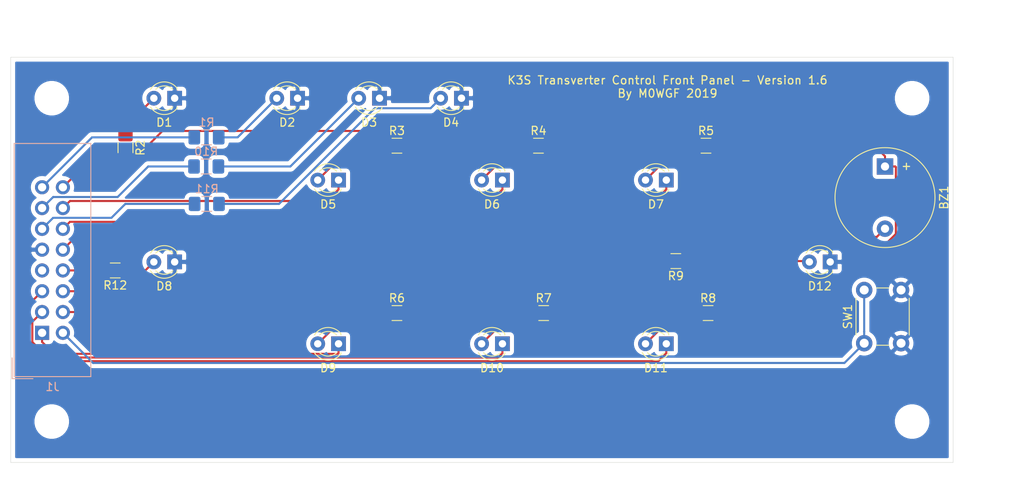
<source format=kicad_pcb>
(kicad_pcb (version 20171130) (host pcbnew "(5.1.2-1)-1")

  (general
    (thickness 1.6)
    (drawings 28)
    (tracks 117)
    (zones 0)
    (modules 31)
    (nets 28)
  )

  (page A4)
  (layers
    (0 F.Cu signal hide)
    (31 B.Cu signal hide)
    (32 B.Adhes user hide)
    (33 F.Adhes user hide)
    (34 B.Paste user hide)
    (35 F.Paste user hide)
    (36 B.SilkS user hide)
    (37 F.SilkS user)
    (38 B.Mask user)
    (39 F.Mask user hide)
    (40 Dwgs.User user hide)
    (41 Cmts.User user hide)
    (42 Eco1.User user)
    (43 Eco2.User user)
    (44 Edge.Cuts user)
    (45 Margin user)
    (46 B.CrtYd user)
    (47 F.CrtYd user)
    (48 B.Fab user)
    (49 F.Fab user)
  )

  (setup
    (last_trace_width 0.25)
    (trace_clearance 0.2)
    (zone_clearance 0.508)
    (zone_45_only no)
    (trace_min 0.2)
    (via_size 0.8)
    (via_drill 0.4)
    (via_min_size 0.4)
    (via_min_drill 0.3)
    (uvia_size 0.3)
    (uvia_drill 0.1)
    (uvias_allowed no)
    (uvia_min_size 0.2)
    (uvia_min_drill 0.1)
    (edge_width 0.05)
    (segment_width 0.2)
    (pcb_text_width 0.3)
    (pcb_text_size 1.5 1.5)
    (mod_edge_width 0.12)
    (mod_text_size 1 1)
    (mod_text_width 0.15)
    (pad_size 1.524 1.524)
    (pad_drill 0.762)
    (pad_to_mask_clearance 0.051)
    (solder_mask_min_width 0.25)
    (aux_axis_origin 0 0)
    (visible_elements 7FFDFFFF)
    (pcbplotparams
      (layerselection 0x014fc_7ffffffe)
      (usegerberextensions false)
      (usegerberattributes false)
      (usegerberadvancedattributes false)
      (creategerberjobfile false)
      (excludeedgelayer true)
      (linewidth 0.100000)
      (plotframeref false)
      (viasonmask false)
      (mode 1)
      (useauxorigin false)
      (hpglpennumber 1)
      (hpglpenspeed 20)
      (hpglpendiameter 15.000000)
      (psnegative false)
      (psa4output false)
      (plotreference true)
      (plotvalue true)
      (plotinvisibletext false)
      (padsonsilk false)
      (subtractmaskfromsilk false)
      (outputformat 4)
      (mirror false)
      (drillshape 0)
      (scaleselection 1)
      (outputdirectory "K3S_FrontPanel_Gerber_Files_1_6/"))
  )

  (net 0 "")
  (net 1 Buzzer)
  (net 2 GND)
  (net 3 "Net-(D1-Pad2)")
  (net 4 Band0_Led)
  (net 5 Band1_Led)
  (net 6 Band2_Led)
  (net 7 Band0_Event1_Led)
  (net 8 "Net-(D5-Pad2)")
  (net 9 "Net-(D6-Pad2)")
  (net 10 Band0_Event2_Led)
  (net 11 Band0_Event3_Led)
  (net 12 "Net-(D7-Pad2)")
  (net 13 PTT_Led)
  (net 14 Band1_Event1_Led)
  (net 15 "Net-(D9-Pad2)")
  (net 16 "Net-(D10-Pad2)")
  (net 17 Band1_Event2_Led)
  (net 18 Band1_Event3_Led)
  (net 19 "Net-(D11-Pad2)")
  (net 20 "Net-(D12-Pad2)")
  (net 21 Reset)
  (net 22 TxInhibit_Led)
  (net 23 +5V)
  (net 24 "Net-(D2-Pad2)")
  (net 25 "Net-(D3-Pad2)")
  (net 26 "Net-(D4-Pad2)")
  (net 27 "Net-(D8-Pad2)")

  (net_class Default "This is the default net class."
    (clearance 0.2)
    (trace_width 0.25)
    (via_dia 0.8)
    (via_drill 0.4)
    (uvia_dia 0.3)
    (uvia_drill 0.1)
    (add_net +5V)
    (add_net Band0_Event1_Led)
    (add_net Band0_Event2_Led)
    (add_net Band0_Event3_Led)
    (add_net Band0_Led)
    (add_net Band1_Event1_Led)
    (add_net Band1_Event2_Led)
    (add_net Band1_Event3_Led)
    (add_net Band1_Led)
    (add_net Band2_Led)
    (add_net Buzzer)
    (add_net GND)
    (add_net "Net-(D1-Pad2)")
    (add_net "Net-(D10-Pad2)")
    (add_net "Net-(D11-Pad2)")
    (add_net "Net-(D12-Pad2)")
    (add_net "Net-(D2-Pad2)")
    (add_net "Net-(D3-Pad2)")
    (add_net "Net-(D4-Pad2)")
    (add_net "Net-(D5-Pad2)")
    (add_net "Net-(D6-Pad2)")
    (add_net "Net-(D7-Pad2)")
    (add_net "Net-(D8-Pad2)")
    (add_net "Net-(D9-Pad2)")
    (add_net PTT_Led)
    (add_net Reset)
    (add_net TxInhibit_Led)
  )

  (module MountingHole:MountingHole_3.2mm_M3 (layer F.Cu) (tedit 56D1B4CB) (tstamp 5CFC1E3D)
    (at 85 84.5)
    (descr "Mounting Hole 3.2mm, no annular, M3")
    (tags "mounting hole 3.2mm no annular m3")
    (attr virtual)
    (fp_text reference REF** (at 0 -4.2) (layer F.SilkS) hide
      (effects (font (size 1 1) (thickness 0.15)))
    )
    (fp_text value MountingHole_3.2mm_M3 (at 0 4.2) (layer F.Fab) hide
      (effects (font (size 1 1) (thickness 0.15)))
    )
    (fp_circle (center 0 0) (end 3.45 0) (layer F.CrtYd) (width 0.05))
    (fp_circle (center 0 0) (end 3.2 0) (layer Cmts.User) (width 0.15))
    (fp_text user %R (at 0.3 0) (layer F.Fab) hide
      (effects (font (size 1 1) (thickness 0.15)))
    )
    (pad 1 np_thru_hole circle (at 0 0) (size 3.2 3.2) (drill 3.2) (layers *.Cu *.Mask))
  )

  (module MountingHole:MountingHole_3.2mm_M3 (layer F.Cu) (tedit 56D1B4CB) (tstamp 5CFC1E19)
    (at 190 84.5)
    (descr "Mounting Hole 3.2mm, no annular, M3")
    (tags "mounting hole 3.2mm no annular m3")
    (attr virtual)
    (fp_text reference REF** (at 0 -4.2) (layer F.SilkS) hide
      (effects (font (size 1 1) (thickness 0.15)))
    )
    (fp_text value MountingHole_3.2mm_M3 (at 0 4.2) (layer F.Fab) hide
      (effects (font (size 1 1) (thickness 0.15)))
    )
    (fp_circle (center 0 0) (end 3.45 0) (layer F.CrtYd) (width 0.05))
    (fp_circle (center 0 0) (end 3.2 0) (layer Cmts.User) (width 0.15))
    (fp_text user %R (at 0.3 0) (layer F.Fab) hide
      (effects (font (size 1 1) (thickness 0.15)))
    )
    (pad 1 np_thru_hole circle (at 0 0) (size 3.2 3.2) (drill 3.2) (layers *.Cu *.Mask))
  )

  (module MountingHole:MountingHole_3.2mm_M3 (layer F.Cu) (tedit 56D1B4CB) (tstamp 5CFC1DF5)
    (at 190 45)
    (descr "Mounting Hole 3.2mm, no annular, M3")
    (tags "mounting hole 3.2mm no annular m3")
    (attr virtual)
    (fp_text reference REF** (at 0 -4.2) (layer F.SilkS) hide
      (effects (font (size 1 1) (thickness 0.15)))
    )
    (fp_text value MountingHole_3.2mm_M3 (at 0 4.2) (layer F.Fab) hide
      (effects (font (size 1 1) (thickness 0.15)))
    )
    (fp_circle (center 0 0) (end 3.45 0) (layer F.CrtYd) (width 0.05))
    (fp_circle (center 0 0) (end 3.2 0) (layer Cmts.User) (width 0.15))
    (fp_text user %R (at 0.3 0) (layer F.Fab) hide
      (effects (font (size 1 1) (thickness 0.15)))
    )
    (pad 1 np_thru_hole circle (at 0 0) (size 3.2 3.2) (drill 3.2) (layers *.Cu *.Mask))
  )

  (module MountingHole:MountingHole_3.2mm_M3 (layer F.Cu) (tedit 56D1B4CB) (tstamp 5CFC1DD1)
    (at 85 45)
    (descr "Mounting Hole 3.2mm, no annular, M3")
    (tags "mounting hole 3.2mm no annular m3")
    (attr virtual)
    (fp_text reference REF** (at 0 -4.2) (layer F.SilkS) hide
      (effects (font (size 1 1) (thickness 0.15)))
    )
    (fp_text value MountingHole_3.2mm_M3 (at 0 4.2) (layer F.Fab) hide
      (effects (font (size 1 1) (thickness 0.15)))
    )
    (fp_circle (center 0 0) (end 3.45 0) (layer F.CrtYd) (width 0.05))
    (fp_circle (center 0 0) (end 3.2 0) (layer Cmts.User) (width 0.15))
    (fp_text user %R (at 0.3 0) (layer F.Fab) hide
      (effects (font (size 1 1) (thickness 0.15)))
    )
    (pad 1 np_thru_hole circle (at 0 0) (size 3.2 3.2) (drill 3.2) (layers *.Cu *.Mask))
  )

  (module Buzzer_Beeper:Buzzer_12x9.5RM7.6 (layer F.Cu) (tedit 5A030281) (tstamp 5CE38B3C)
    (at 186.69 53.34 270)
    (descr "Generic Buzzer, D12mm height 9.5mm with RM7.6mm")
    (tags buzzer)
    (path /5DD84FAD)
    (fp_text reference BZ1 (at 3.8 -7.2 90) (layer F.SilkS)
      (effects (font (size 1 1) (thickness 0.15)))
    )
    (fp_text value "VSWR Trip Buzzer" (at 3.8 7.4 90) (layer F.Fab)
      (effects (font (size 1 1) (thickness 0.15)))
    )
    (fp_text user + (at -0.01 -2.54 90) (layer F.Fab)
      (effects (font (size 1 1) (thickness 0.15)))
    )
    (fp_text user + (at -0.01 -2.54 90) (layer F.SilkS)
      (effects (font (size 1 1) (thickness 0.15)))
    )
    (fp_text user %R (at 3.8 -4 90) (layer F.Fab)
      (effects (font (size 1 1) (thickness 0.15)))
    )
    (fp_circle (center 3.8 0) (end 10.05 0) (layer F.CrtYd) (width 0.05))
    (fp_circle (center 3.8 0) (end 9.8 0) (layer F.Fab) (width 0.1))
    (fp_circle (center 3.8 0) (end 4.8 0) (layer F.Fab) (width 0.1))
    (fp_circle (center 3.8 0) (end 9.9 0) (layer F.SilkS) (width 0.12))
    (pad 1 thru_hole rect (at 0 0 270) (size 2 2) (drill 1) (layers *.Cu *.Mask)
      (net 23 +5V))
    (pad 2 thru_hole circle (at 7.6 0 270) (size 2 2) (drill 1) (layers *.Cu *.Mask)
      (net 1 Buzzer))
    (model ${KISYS3DMOD}/Buzzer_Beeper.3dshapes/Buzzer_12x9.5RM7.6.wrl
      (at (xyz 0 0 0))
      (scale (xyz 1 1 1))
      (rotate (xyz 0 0 0))
    )
  )

  (module LED_THT:LED_D3.0mm (layer F.Cu) (tedit 587A3A7B) (tstamp 5CE38B4F)
    (at 100 45 180)
    (descr "LED, diameter 3.0mm, 2 pins")
    (tags "LED diameter 3.0mm 2 pins")
    (path /5DD43993)
    (fp_text reference D1 (at 1.27 -2.96) (layer F.SilkS)
      (effects (font (size 1 1) (thickness 0.15)))
    )
    (fp_text value Power (at 1.27 2.96) (layer F.Fab)
      (effects (font (size 1 1) (thickness 0.15)))
    )
    (fp_arc (start 1.27 0) (end -0.23 -1.16619) (angle 284.3) (layer F.Fab) (width 0.1))
    (fp_arc (start 1.27 0) (end -0.29 -1.235516) (angle 108.8) (layer F.SilkS) (width 0.12))
    (fp_arc (start 1.27 0) (end -0.29 1.235516) (angle -108.8) (layer F.SilkS) (width 0.12))
    (fp_arc (start 1.27 0) (end 0.229039 -1.08) (angle 87.9) (layer F.SilkS) (width 0.12))
    (fp_arc (start 1.27 0) (end 0.229039 1.08) (angle -87.9) (layer F.SilkS) (width 0.12))
    (fp_circle (center 1.27 0) (end 2.77 0) (layer F.Fab) (width 0.1))
    (fp_line (start -0.23 -1.16619) (end -0.23 1.16619) (layer F.Fab) (width 0.1))
    (fp_line (start -0.29 -1.236) (end -0.29 -1.08) (layer F.SilkS) (width 0.12))
    (fp_line (start -0.29 1.08) (end -0.29 1.236) (layer F.SilkS) (width 0.12))
    (fp_line (start -1.15 -2.25) (end -1.15 2.25) (layer F.CrtYd) (width 0.05))
    (fp_line (start -1.15 2.25) (end 3.7 2.25) (layer F.CrtYd) (width 0.05))
    (fp_line (start 3.7 2.25) (end 3.7 -2.25) (layer F.CrtYd) (width 0.05))
    (fp_line (start 3.7 -2.25) (end -1.15 -2.25) (layer F.CrtYd) (width 0.05))
    (pad 1 thru_hole rect (at 0 0 180) (size 1.8 1.8) (drill 0.9) (layers *.Cu *.Mask)
      (net 2 GND))
    (pad 2 thru_hole circle (at 2.54 0 180) (size 1.8 1.8) (drill 0.9) (layers *.Cu *.Mask)
      (net 3 "Net-(D1-Pad2)"))
    (model ${KISYS3DMOD}/LED_THT.3dshapes/LED_D3.0mm.wrl
      (at (xyz 0 0 0))
      (scale (xyz 1 1 1))
      (rotate (xyz 0 0 0))
    )
  )

  (module LED_THT:LED_D3.0mm (layer F.Cu) (tedit 587A3A7B) (tstamp 5CE38B62)
    (at 115 45 180)
    (descr "LED, diameter 3.0mm, 2 pins")
    (tags "LED diameter 3.0mm 2 pins")
    (path /5DD44DDC)
    (fp_text reference D2 (at 1.27 -2.96) (layer F.SilkS)
      (effects (font (size 1 1) (thickness 0.15)))
    )
    (fp_text value "Band 0" (at 1.27 2.96) (layer F.Fab)
      (effects (font (size 1 1) (thickness 0.15)))
    )
    (fp_line (start 3.7 -2.25) (end -1.15 -2.25) (layer F.CrtYd) (width 0.05))
    (fp_line (start 3.7 2.25) (end 3.7 -2.25) (layer F.CrtYd) (width 0.05))
    (fp_line (start -1.15 2.25) (end 3.7 2.25) (layer F.CrtYd) (width 0.05))
    (fp_line (start -1.15 -2.25) (end -1.15 2.25) (layer F.CrtYd) (width 0.05))
    (fp_line (start -0.29 1.08) (end -0.29 1.236) (layer F.SilkS) (width 0.12))
    (fp_line (start -0.29 -1.236) (end -0.29 -1.08) (layer F.SilkS) (width 0.12))
    (fp_line (start -0.23 -1.16619) (end -0.23 1.16619) (layer F.Fab) (width 0.1))
    (fp_circle (center 1.27 0) (end 2.77 0) (layer F.Fab) (width 0.1))
    (fp_arc (start 1.27 0) (end 0.229039 1.08) (angle -87.9) (layer F.SilkS) (width 0.12))
    (fp_arc (start 1.27 0) (end 0.229039 -1.08) (angle 87.9) (layer F.SilkS) (width 0.12))
    (fp_arc (start 1.27 0) (end -0.29 1.235516) (angle -108.8) (layer F.SilkS) (width 0.12))
    (fp_arc (start 1.27 0) (end -0.29 -1.235516) (angle 108.8) (layer F.SilkS) (width 0.12))
    (fp_arc (start 1.27 0) (end -0.23 -1.16619) (angle 284.3) (layer F.Fab) (width 0.1))
    (pad 2 thru_hole circle (at 2.54 0 180) (size 1.8 1.8) (drill 0.9) (layers *.Cu *.Mask)
      (net 24 "Net-(D2-Pad2)"))
    (pad 1 thru_hole rect (at 0 0 180) (size 1.8 1.8) (drill 0.9) (layers *.Cu *.Mask)
      (net 2 GND))
    (model ${KISYS3DMOD}/LED_THT.3dshapes/LED_D3.0mm.wrl
      (at (xyz 0 0 0))
      (scale (xyz 1 1 1))
      (rotate (xyz 0 0 0))
    )
  )

  (module LED_THT:LED_D3.0mm (layer F.Cu) (tedit 587A3A7B) (tstamp 5CE38B75)
    (at 125 45 180)
    (descr "LED, diameter 3.0mm, 2 pins")
    (tags "LED diameter 3.0mm 2 pins")
    (path /5DD460E3)
    (fp_text reference D3 (at 1.27 -2.96) (layer F.SilkS)
      (effects (font (size 1 1) (thickness 0.15)))
    )
    (fp_text value "Band 1" (at 1.27 2.96) (layer F.Fab)
      (effects (font (size 1 1) (thickness 0.15)))
    )
    (fp_arc (start 1.27 0) (end -0.23 -1.16619) (angle 284.3) (layer F.Fab) (width 0.1))
    (fp_arc (start 1.27 0) (end -0.29 -1.235516) (angle 108.8) (layer F.SilkS) (width 0.12))
    (fp_arc (start 1.27 0) (end -0.29 1.235516) (angle -108.8) (layer F.SilkS) (width 0.12))
    (fp_arc (start 1.27 0) (end 0.229039 -1.08) (angle 87.9) (layer F.SilkS) (width 0.12))
    (fp_arc (start 1.27 0) (end 0.229039 1.08) (angle -87.9) (layer F.SilkS) (width 0.12))
    (fp_circle (center 1.27 0) (end 2.77 0) (layer F.Fab) (width 0.1))
    (fp_line (start -0.23 -1.16619) (end -0.23 1.16619) (layer F.Fab) (width 0.1))
    (fp_line (start -0.29 -1.236) (end -0.29 -1.08) (layer F.SilkS) (width 0.12))
    (fp_line (start -0.29 1.08) (end -0.29 1.236) (layer F.SilkS) (width 0.12))
    (fp_line (start -1.15 -2.25) (end -1.15 2.25) (layer F.CrtYd) (width 0.05))
    (fp_line (start -1.15 2.25) (end 3.7 2.25) (layer F.CrtYd) (width 0.05))
    (fp_line (start 3.7 2.25) (end 3.7 -2.25) (layer F.CrtYd) (width 0.05))
    (fp_line (start 3.7 -2.25) (end -1.15 -2.25) (layer F.CrtYd) (width 0.05))
    (pad 1 thru_hole rect (at 0 0 180) (size 1.8 1.8) (drill 0.9) (layers *.Cu *.Mask)
      (net 2 GND))
    (pad 2 thru_hole circle (at 2.54 0 180) (size 1.8 1.8) (drill 0.9) (layers *.Cu *.Mask)
      (net 25 "Net-(D3-Pad2)"))
    (model ${KISYS3DMOD}/LED_THT.3dshapes/LED_D3.0mm.wrl
      (at (xyz 0 0 0))
      (scale (xyz 1 1 1))
      (rotate (xyz 0 0 0))
    )
  )

  (module LED_THT:LED_D3.0mm (layer F.Cu) (tedit 587A3A7B) (tstamp 5D02B1E1)
    (at 135 45 180)
    (descr "LED, diameter 3.0mm, 2 pins")
    (tags "LED diameter 3.0mm 2 pins")
    (path /5DD46A2B)
    (fp_text reference D4 (at 1.27 -2.96) (layer F.SilkS)
      (effects (font (size 1 1) (thickness 0.15)))
    )
    (fp_text value "Band 2" (at 1.27 2.96) (layer F.Fab)
      (effects (font (size 1 1) (thickness 0.15)))
    )
    (fp_line (start 3.7 -2.25) (end -1.15 -2.25) (layer F.CrtYd) (width 0.05))
    (fp_line (start 3.7 2.25) (end 3.7 -2.25) (layer F.CrtYd) (width 0.05))
    (fp_line (start -1.15 2.25) (end 3.7 2.25) (layer F.CrtYd) (width 0.05))
    (fp_line (start -1.15 -2.25) (end -1.15 2.25) (layer F.CrtYd) (width 0.05))
    (fp_line (start -0.29 1.08) (end -0.29 1.236) (layer F.SilkS) (width 0.12))
    (fp_line (start -0.29 -1.236) (end -0.29 -1.08) (layer F.SilkS) (width 0.12))
    (fp_line (start -0.23 -1.16619) (end -0.23 1.16619) (layer F.Fab) (width 0.1))
    (fp_circle (center 1.27 0) (end 2.77 0) (layer F.Fab) (width 0.1))
    (fp_arc (start 1.27 0) (end 0.229039 1.08) (angle -87.9) (layer F.SilkS) (width 0.12))
    (fp_arc (start 1.27 0) (end 0.229039 -1.08) (angle 87.9) (layer F.SilkS) (width 0.12))
    (fp_arc (start 1.27 0) (end -0.29 1.235516) (angle -108.8) (layer F.SilkS) (width 0.12))
    (fp_arc (start 1.27 0) (end -0.29 -1.235516) (angle 108.8) (layer F.SilkS) (width 0.12))
    (fp_arc (start 1.27 0) (end -0.23 -1.16619) (angle 284.3) (layer F.Fab) (width 0.1))
    (pad 2 thru_hole circle (at 2.54 0 180) (size 1.8 1.8) (drill 0.9) (layers *.Cu *.Mask)
      (net 26 "Net-(D4-Pad2)"))
    (pad 1 thru_hole rect (at 0 0 180) (size 1.8 1.8) (drill 0.9) (layers *.Cu *.Mask)
      (net 2 GND))
    (model ${KISYS3DMOD}/LED_THT.3dshapes/LED_D3.0mm.wrl
      (at (xyz 0 0 0))
      (scale (xyz 1 1 1))
      (rotate (xyz 0 0 0))
    )
  )

  (module LED_THT:LED_D3.0mm (layer F.Cu) (tedit 587A3A7B) (tstamp 5CE38B9B)
    (at 120 55 180)
    (descr "LED, diameter 3.0mm, 2 pins")
    (tags "LED diameter 3.0mm 2 pins")
    (path /5DD4759E)
    (fp_text reference D5 (at 1.27 -2.96) (layer F.SilkS)
      (effects (font (size 1 1) (thickness 0.15)))
    )
    (fp_text value "Band 0 Event 1" (at 1.27 2.96) (layer F.Fab)
      (effects (font (size 1 1) (thickness 0.15)))
    )
    (fp_arc (start 1.27 0) (end -0.23 -1.16619) (angle 284.3) (layer F.Fab) (width 0.1))
    (fp_arc (start 1.27 0) (end -0.29 -1.235516) (angle 108.8) (layer F.SilkS) (width 0.12))
    (fp_arc (start 1.27 0) (end -0.29 1.235516) (angle -108.8) (layer F.SilkS) (width 0.12))
    (fp_arc (start 1.27 0) (end 0.229039 -1.08) (angle 87.9) (layer F.SilkS) (width 0.12))
    (fp_arc (start 1.27 0) (end 0.229039 1.08) (angle -87.9) (layer F.SilkS) (width 0.12))
    (fp_circle (center 1.27 0) (end 2.77 0) (layer F.Fab) (width 0.1))
    (fp_line (start -0.23 -1.16619) (end -0.23 1.16619) (layer F.Fab) (width 0.1))
    (fp_line (start -0.29 -1.236) (end -0.29 -1.08) (layer F.SilkS) (width 0.12))
    (fp_line (start -0.29 1.08) (end -0.29 1.236) (layer F.SilkS) (width 0.12))
    (fp_line (start -1.15 -2.25) (end -1.15 2.25) (layer F.CrtYd) (width 0.05))
    (fp_line (start -1.15 2.25) (end 3.7 2.25) (layer F.CrtYd) (width 0.05))
    (fp_line (start 3.7 2.25) (end 3.7 -2.25) (layer F.CrtYd) (width 0.05))
    (fp_line (start 3.7 -2.25) (end -1.15 -2.25) (layer F.CrtYd) (width 0.05))
    (pad 1 thru_hole rect (at 0 0 180) (size 1.8 1.8) (drill 0.9) (layers *.Cu *.Mask)
      (net 7 Band0_Event1_Led))
    (pad 2 thru_hole circle (at 2.54 0 180) (size 1.8 1.8) (drill 0.9) (layers *.Cu *.Mask)
      (net 8 "Net-(D5-Pad2)"))
    (model ${KISYS3DMOD}/LED_THT.3dshapes/LED_D3.0mm.wrl
      (at (xyz 0 0 0))
      (scale (xyz 1 1 1))
      (rotate (xyz 0 0 0))
    )
  )

  (module LED_THT:LED_D3.0mm (layer F.Cu) (tedit 587A3A7B) (tstamp 5CE38BAE)
    (at 140 55 180)
    (descr "LED, diameter 3.0mm, 2 pins")
    (tags "LED diameter 3.0mm 2 pins")
    (path /5DD4913D)
    (fp_text reference D6 (at 1.27 -2.96) (layer F.SilkS)
      (effects (font (size 1 1) (thickness 0.15)))
    )
    (fp_text value "Band 0 Event 2" (at 1.27 2.96) (layer F.Fab)
      (effects (font (size 1 1) (thickness 0.15)))
    )
    (fp_line (start 3.7 -2.25) (end -1.15 -2.25) (layer F.CrtYd) (width 0.05))
    (fp_line (start 3.7 2.25) (end 3.7 -2.25) (layer F.CrtYd) (width 0.05))
    (fp_line (start -1.15 2.25) (end 3.7 2.25) (layer F.CrtYd) (width 0.05))
    (fp_line (start -1.15 -2.25) (end -1.15 2.25) (layer F.CrtYd) (width 0.05))
    (fp_line (start -0.29 1.08) (end -0.29 1.236) (layer F.SilkS) (width 0.12))
    (fp_line (start -0.29 -1.236) (end -0.29 -1.08) (layer F.SilkS) (width 0.12))
    (fp_line (start -0.23 -1.16619) (end -0.23 1.16619) (layer F.Fab) (width 0.1))
    (fp_circle (center 1.27 0) (end 2.77 0) (layer F.Fab) (width 0.1))
    (fp_arc (start 1.27 0) (end 0.229039 1.08) (angle -87.9) (layer F.SilkS) (width 0.12))
    (fp_arc (start 1.27 0) (end 0.229039 -1.08) (angle 87.9) (layer F.SilkS) (width 0.12))
    (fp_arc (start 1.27 0) (end -0.29 1.235516) (angle -108.8) (layer F.SilkS) (width 0.12))
    (fp_arc (start 1.27 0) (end -0.29 -1.235516) (angle 108.8) (layer F.SilkS) (width 0.12))
    (fp_arc (start 1.27 0) (end -0.23 -1.16619) (angle 284.3) (layer F.Fab) (width 0.1))
    (pad 2 thru_hole circle (at 2.54 0 180) (size 1.8 1.8) (drill 0.9) (layers *.Cu *.Mask)
      (net 9 "Net-(D6-Pad2)"))
    (pad 1 thru_hole rect (at 0 0 180) (size 1.8 1.8) (drill 0.9) (layers *.Cu *.Mask)
      (net 10 Band0_Event2_Led))
    (model ${KISYS3DMOD}/LED_THT.3dshapes/LED_D3.0mm.wrl
      (at (xyz 0 0 0))
      (scale (xyz 1 1 1))
      (rotate (xyz 0 0 0))
    )
  )

  (module LED_THT:LED_D3.0mm (layer F.Cu) (tedit 587A3A7B) (tstamp 5CE38BC1)
    (at 160 55 180)
    (descr "LED, diameter 3.0mm, 2 pins")
    (tags "LED diameter 3.0mm 2 pins")
    (path /5DD49739)
    (fp_text reference D7 (at 1.27 -2.96) (layer F.SilkS)
      (effects (font (size 1 1) (thickness 0.15)))
    )
    (fp_text value "Band 0 Event 3" (at 1.27 2.96) (layer F.Fab)
      (effects (font (size 1 1) (thickness 0.15)))
    )
    (fp_arc (start 1.27 0) (end -0.23 -1.16619) (angle 284.3) (layer F.Fab) (width 0.1))
    (fp_arc (start 1.27 0) (end -0.29 -1.235516) (angle 108.8) (layer F.SilkS) (width 0.12))
    (fp_arc (start 1.27 0) (end -0.29 1.235516) (angle -108.8) (layer F.SilkS) (width 0.12))
    (fp_arc (start 1.27 0) (end 0.229039 -1.08) (angle 87.9) (layer F.SilkS) (width 0.12))
    (fp_arc (start 1.27 0) (end 0.229039 1.08) (angle -87.9) (layer F.SilkS) (width 0.12))
    (fp_circle (center 1.27 0) (end 2.77 0) (layer F.Fab) (width 0.1))
    (fp_line (start -0.23 -1.16619) (end -0.23 1.16619) (layer F.Fab) (width 0.1))
    (fp_line (start -0.29 -1.236) (end -0.29 -1.08) (layer F.SilkS) (width 0.12))
    (fp_line (start -0.29 1.08) (end -0.29 1.236) (layer F.SilkS) (width 0.12))
    (fp_line (start -1.15 -2.25) (end -1.15 2.25) (layer F.CrtYd) (width 0.05))
    (fp_line (start -1.15 2.25) (end 3.7 2.25) (layer F.CrtYd) (width 0.05))
    (fp_line (start 3.7 2.25) (end 3.7 -2.25) (layer F.CrtYd) (width 0.05))
    (fp_line (start 3.7 -2.25) (end -1.15 -2.25) (layer F.CrtYd) (width 0.05))
    (pad 1 thru_hole rect (at 0 0 180) (size 1.8 1.8) (drill 0.9) (layers *.Cu *.Mask)
      (net 11 Band0_Event3_Led))
    (pad 2 thru_hole circle (at 2.54 0 180) (size 1.8 1.8) (drill 0.9) (layers *.Cu *.Mask)
      (net 12 "Net-(D7-Pad2)"))
    (model ${KISYS3DMOD}/LED_THT.3dshapes/LED_D3.0mm.wrl
      (at (xyz 0 0 0))
      (scale (xyz 1 1 1))
      (rotate (xyz 0 0 0))
    )
  )

  (module LED_THT:LED_D3.0mm (layer F.Cu) (tedit 587A3A7B) (tstamp 5CE38BD4)
    (at 100 65 180)
    (descr "LED, diameter 3.0mm, 2 pins")
    (tags "LED diameter 3.0mm 2 pins")
    (path /5CE57899)
    (fp_text reference D8 (at 1.27 -2.96) (layer F.SilkS)
      (effects (font (size 1 1) (thickness 0.15)))
    )
    (fp_text value PTT (at 1.27 2.96) (layer F.Fab)
      (effects (font (size 1 1) (thickness 0.15)))
    )
    (fp_line (start 3.7 -2.25) (end -1.15 -2.25) (layer F.CrtYd) (width 0.05))
    (fp_line (start 3.7 2.25) (end 3.7 -2.25) (layer F.CrtYd) (width 0.05))
    (fp_line (start -1.15 2.25) (end 3.7 2.25) (layer F.CrtYd) (width 0.05))
    (fp_line (start -1.15 -2.25) (end -1.15 2.25) (layer F.CrtYd) (width 0.05))
    (fp_line (start -0.29 1.08) (end -0.29 1.236) (layer F.SilkS) (width 0.12))
    (fp_line (start -0.29 -1.236) (end -0.29 -1.08) (layer F.SilkS) (width 0.12))
    (fp_line (start -0.23 -1.16619) (end -0.23 1.16619) (layer F.Fab) (width 0.1))
    (fp_circle (center 1.27 0) (end 2.77 0) (layer F.Fab) (width 0.1))
    (fp_arc (start 1.27 0) (end 0.229039 1.08) (angle -87.9) (layer F.SilkS) (width 0.12))
    (fp_arc (start 1.27 0) (end 0.229039 -1.08) (angle 87.9) (layer F.SilkS) (width 0.12))
    (fp_arc (start 1.27 0) (end -0.29 1.235516) (angle -108.8) (layer F.SilkS) (width 0.12))
    (fp_arc (start 1.27 0) (end -0.29 -1.235516) (angle 108.8) (layer F.SilkS) (width 0.12))
    (fp_arc (start 1.27 0) (end -0.23 -1.16619) (angle 284.3) (layer F.Fab) (width 0.1))
    (pad 2 thru_hole circle (at 2.54 0 180) (size 1.8 1.8) (drill 0.9) (layers *.Cu *.Mask)
      (net 27 "Net-(D8-Pad2)"))
    (pad 1 thru_hole rect (at 0 0 180) (size 1.8 1.8) (drill 0.9) (layers *.Cu *.Mask)
      (net 2 GND))
    (model ${KISYS3DMOD}/LED_THT.3dshapes/LED_D3.0mm.wrl
      (at (xyz 0 0 0))
      (scale (xyz 1 1 1))
      (rotate (xyz 0 0 0))
    )
  )

  (module LED_THT:LED_D3.0mm (layer F.Cu) (tedit 587A3A7B) (tstamp 5CE38BE7)
    (at 120 75 180)
    (descr "LED, diameter 3.0mm, 2 pins")
    (tags "LED diameter 3.0mm 2 pins")
    (path /5DD4B26E)
    (fp_text reference D9 (at 1.27 -2.96) (layer F.SilkS)
      (effects (font (size 1 1) (thickness 0.15)))
    )
    (fp_text value "Band 1 Event 1" (at 1.27 2.96) (layer F.Fab)
      (effects (font (size 1 1) (thickness 0.15)))
    )
    (fp_arc (start 1.27 0) (end -0.23 -1.16619) (angle 284.3) (layer F.Fab) (width 0.1))
    (fp_arc (start 1.27 0) (end -0.29 -1.235516) (angle 108.8) (layer F.SilkS) (width 0.12))
    (fp_arc (start 1.27 0) (end -0.29 1.235516) (angle -108.8) (layer F.SilkS) (width 0.12))
    (fp_arc (start 1.27 0) (end 0.229039 -1.08) (angle 87.9) (layer F.SilkS) (width 0.12))
    (fp_arc (start 1.27 0) (end 0.229039 1.08) (angle -87.9) (layer F.SilkS) (width 0.12))
    (fp_circle (center 1.27 0) (end 2.77 0) (layer F.Fab) (width 0.1))
    (fp_line (start -0.23 -1.16619) (end -0.23 1.16619) (layer F.Fab) (width 0.1))
    (fp_line (start -0.29 -1.236) (end -0.29 -1.08) (layer F.SilkS) (width 0.12))
    (fp_line (start -0.29 1.08) (end -0.29 1.236) (layer F.SilkS) (width 0.12))
    (fp_line (start -1.15 -2.25) (end -1.15 2.25) (layer F.CrtYd) (width 0.05))
    (fp_line (start -1.15 2.25) (end 3.7 2.25) (layer F.CrtYd) (width 0.05))
    (fp_line (start 3.7 2.25) (end 3.7 -2.25) (layer F.CrtYd) (width 0.05))
    (fp_line (start 3.7 -2.25) (end -1.15 -2.25) (layer F.CrtYd) (width 0.05))
    (pad 1 thru_hole rect (at 0 0 180) (size 1.8 1.8) (drill 0.9) (layers *.Cu *.Mask)
      (net 14 Band1_Event1_Led))
    (pad 2 thru_hole circle (at 2.54 0 180) (size 1.8 1.8) (drill 0.9) (layers *.Cu *.Mask)
      (net 15 "Net-(D9-Pad2)"))
    (model ${KISYS3DMOD}/LED_THT.3dshapes/LED_D3.0mm.wrl
      (at (xyz 0 0 0))
      (scale (xyz 1 1 1))
      (rotate (xyz 0 0 0))
    )
  )

  (module LED_THT:LED_D3.0mm (layer F.Cu) (tedit 587A3A7B) (tstamp 5CE38BFA)
    (at 140 75 180)
    (descr "LED, diameter 3.0mm, 2 pins")
    (tags "LED diameter 3.0mm 2 pins")
    (path /5DD4B841)
    (fp_text reference D10 (at 1.27 -2.96) (layer F.SilkS)
      (effects (font (size 1 1) (thickness 0.15)))
    )
    (fp_text value "Band 1 Event 2" (at 1.27 2.96) (layer F.Fab)
      (effects (font (size 1 1) (thickness 0.15)))
    )
    (fp_line (start 3.7 -2.25) (end -1.15 -2.25) (layer F.CrtYd) (width 0.05))
    (fp_line (start 3.7 2.25) (end 3.7 -2.25) (layer F.CrtYd) (width 0.05))
    (fp_line (start -1.15 2.25) (end 3.7 2.25) (layer F.CrtYd) (width 0.05))
    (fp_line (start -1.15 -2.25) (end -1.15 2.25) (layer F.CrtYd) (width 0.05))
    (fp_line (start -0.29 1.08) (end -0.29 1.236) (layer F.SilkS) (width 0.12))
    (fp_line (start -0.29 -1.236) (end -0.29 -1.08) (layer F.SilkS) (width 0.12))
    (fp_line (start -0.23 -1.16619) (end -0.23 1.16619) (layer F.Fab) (width 0.1))
    (fp_circle (center 1.27 0) (end 2.77 0) (layer F.Fab) (width 0.1))
    (fp_arc (start 1.27 0) (end 0.229039 1.08) (angle -87.9) (layer F.SilkS) (width 0.12))
    (fp_arc (start 1.27 0) (end 0.229039 -1.08) (angle 87.9) (layer F.SilkS) (width 0.12))
    (fp_arc (start 1.27 0) (end -0.29 1.235516) (angle -108.8) (layer F.SilkS) (width 0.12))
    (fp_arc (start 1.27 0) (end -0.29 -1.235516) (angle 108.8) (layer F.SilkS) (width 0.12))
    (fp_arc (start 1.27 0) (end -0.23 -1.16619) (angle 284.3) (layer F.Fab) (width 0.1))
    (pad 2 thru_hole circle (at 2.54 0 180) (size 1.8 1.8) (drill 0.9) (layers *.Cu *.Mask)
      (net 16 "Net-(D10-Pad2)"))
    (pad 1 thru_hole rect (at 0 0 180) (size 1.8 1.8) (drill 0.9) (layers *.Cu *.Mask)
      (net 17 Band1_Event2_Led))
    (model ${KISYS3DMOD}/LED_THT.3dshapes/LED_D3.0mm.wrl
      (at (xyz 0 0 0))
      (scale (xyz 1 1 1))
      (rotate (xyz 0 0 0))
    )
  )

  (module LED_THT:LED_D3.0mm (layer F.Cu) (tedit 587A3A7B) (tstamp 5CE38C0D)
    (at 160 75 180)
    (descr "LED, diameter 3.0mm, 2 pins")
    (tags "LED diameter 3.0mm 2 pins")
    (path /5DD4BF53)
    (fp_text reference D11 (at 1.27 -2.96) (layer F.SilkS)
      (effects (font (size 1 1) (thickness 0.15)))
    )
    (fp_text value "Band 1 Event 3" (at 1.27 2.96) (layer F.Fab)
      (effects (font (size 1 1) (thickness 0.15)))
    )
    (fp_arc (start 1.27 0) (end -0.23 -1.16619) (angle 284.3) (layer F.Fab) (width 0.1))
    (fp_arc (start 1.27 0) (end -0.29 -1.235516) (angle 108.8) (layer F.SilkS) (width 0.12))
    (fp_arc (start 1.27 0) (end -0.29 1.235516) (angle -108.8) (layer F.SilkS) (width 0.12))
    (fp_arc (start 1.27 0) (end 0.229039 -1.08) (angle 87.9) (layer F.SilkS) (width 0.12))
    (fp_arc (start 1.27 0) (end 0.229039 1.08) (angle -87.9) (layer F.SilkS) (width 0.12))
    (fp_circle (center 1.27 0) (end 2.77 0) (layer F.Fab) (width 0.1))
    (fp_line (start -0.23 -1.16619) (end -0.23 1.16619) (layer F.Fab) (width 0.1))
    (fp_line (start -0.29 -1.236) (end -0.29 -1.08) (layer F.SilkS) (width 0.12))
    (fp_line (start -0.29 1.08) (end -0.29 1.236) (layer F.SilkS) (width 0.12))
    (fp_line (start -1.15 -2.25) (end -1.15 2.25) (layer F.CrtYd) (width 0.05))
    (fp_line (start -1.15 2.25) (end 3.7 2.25) (layer F.CrtYd) (width 0.05))
    (fp_line (start 3.7 2.25) (end 3.7 -2.25) (layer F.CrtYd) (width 0.05))
    (fp_line (start 3.7 -2.25) (end -1.15 -2.25) (layer F.CrtYd) (width 0.05))
    (pad 1 thru_hole rect (at 0 0 180) (size 1.8 1.8) (drill 0.9) (layers *.Cu *.Mask)
      (net 18 Band1_Event3_Led))
    (pad 2 thru_hole circle (at 2.54 0 180) (size 1.8 1.8) (drill 0.9) (layers *.Cu *.Mask)
      (net 19 "Net-(D11-Pad2)"))
    (model ${KISYS3DMOD}/LED_THT.3dshapes/LED_D3.0mm.wrl
      (at (xyz 0 0 0))
      (scale (xyz 1 1 1))
      (rotate (xyz 0 0 0))
    )
  )

  (module LED_THT:LED_D3.0mm (layer F.Cu) (tedit 587A3A7B) (tstamp 5CE3EA8B)
    (at 180 65 180)
    (descr "LED, diameter 3.0mm, 2 pins")
    (tags "LED diameter 3.0mm 2 pins")
    (path /5DD49831)
    (fp_text reference D12 (at 1.27 -2.96) (layer F.SilkS)
      (effects (font (size 1 1) (thickness 0.15)))
    )
    (fp_text value "Tx Inhibit" (at 1.27 2.96) (layer F.Fab)
      (effects (font (size 1 1) (thickness 0.15)))
    )
    (fp_line (start 3.7 -2.25) (end -1.15 -2.25) (layer F.CrtYd) (width 0.05))
    (fp_line (start 3.7 2.25) (end 3.7 -2.25) (layer F.CrtYd) (width 0.05))
    (fp_line (start -1.15 2.25) (end 3.7 2.25) (layer F.CrtYd) (width 0.05))
    (fp_line (start -1.15 -2.25) (end -1.15 2.25) (layer F.CrtYd) (width 0.05))
    (fp_line (start -0.29 1.08) (end -0.29 1.236) (layer F.SilkS) (width 0.12))
    (fp_line (start -0.29 -1.236) (end -0.29 -1.08) (layer F.SilkS) (width 0.12))
    (fp_line (start -0.23 -1.16619) (end -0.23 1.16619) (layer F.Fab) (width 0.1))
    (fp_circle (center 1.27 0) (end 2.77 0) (layer F.Fab) (width 0.1))
    (fp_arc (start 1.27 0) (end 0.229039 1.08) (angle -87.9) (layer F.SilkS) (width 0.12))
    (fp_arc (start 1.27 0) (end 0.229039 -1.08) (angle 87.9) (layer F.SilkS) (width 0.12))
    (fp_arc (start 1.27 0) (end -0.29 1.235516) (angle -108.8) (layer F.SilkS) (width 0.12))
    (fp_arc (start 1.27 0) (end -0.29 -1.235516) (angle 108.8) (layer F.SilkS) (width 0.12))
    (fp_arc (start 1.27 0) (end -0.23 -1.16619) (angle 284.3) (layer F.Fab) (width 0.1))
    (pad 2 thru_hole circle (at 2.54 0 180) (size 1.8 1.8) (drill 0.9) (layers *.Cu *.Mask)
      (net 20 "Net-(D12-Pad2)"))
    (pad 1 thru_hole rect (at 0 0 180) (size 1.8 1.8) (drill 0.9) (layers *.Cu *.Mask)
      (net 2 GND))
    (model ${KISYS3DMOD}/LED_THT.3dshapes/LED_D3.0mm.wrl
      (at (xyz 0 0 0))
      (scale (xyz 1 1 1))
      (rotate (xyz 0 0 0))
    )
  )

  (module Connector_IDC:IDC-Header_2x08_P2.54mm_Vertical (layer B.Cu) (tedit 59DE0341) (tstamp 5CE38C4E)
    (at 83.82 73.66)
    (descr "Through hole straight IDC box header, 2x08, 2.54mm pitch, double rows")
    (tags "Through hole IDC box header THT 2x08 2.54mm double row")
    (path /5D7215D7)
    (fp_text reference J1 (at 1.27 6.604) (layer B.SilkS)
      (effects (font (size 1 1) (thickness 0.15)) (justify mirror))
    )
    (fp_text value Conn_02x08_Odd_Even (at 1.27 -24.384) (layer B.Fab)
      (effects (font (size 1 1) (thickness 0.15)) (justify mirror))
    )
    (fp_text user %R (at 1.27 -8.89) (layer B.Fab)
      (effects (font (size 1 1) (thickness 0.15)) (justify mirror))
    )
    (fp_line (start 5.695 5.1) (end 5.695 -22.88) (layer B.Fab) (width 0.1))
    (fp_line (start 5.145 4.56) (end 5.145 -22.32) (layer B.Fab) (width 0.1))
    (fp_line (start -3.155 5.1) (end -3.155 -22.88) (layer B.Fab) (width 0.1))
    (fp_line (start -2.605 4.56) (end -2.605 -6.64) (layer B.Fab) (width 0.1))
    (fp_line (start -2.605 -11.14) (end -2.605 -22.32) (layer B.Fab) (width 0.1))
    (fp_line (start -2.605 -6.64) (end -3.155 -6.64) (layer B.Fab) (width 0.1))
    (fp_line (start -2.605 -11.14) (end -3.155 -11.14) (layer B.Fab) (width 0.1))
    (fp_line (start 5.695 5.1) (end -3.155 5.1) (layer B.Fab) (width 0.1))
    (fp_line (start 5.145 4.56) (end -2.605 4.56) (layer B.Fab) (width 0.1))
    (fp_line (start 5.695 -22.88) (end -3.155 -22.88) (layer B.Fab) (width 0.1))
    (fp_line (start 5.145 -22.32) (end -2.605 -22.32) (layer B.Fab) (width 0.1))
    (fp_line (start 5.695 5.1) (end 5.145 4.56) (layer B.Fab) (width 0.1))
    (fp_line (start 5.695 -22.88) (end 5.145 -22.32) (layer B.Fab) (width 0.1))
    (fp_line (start -3.155 5.1) (end -2.605 4.56) (layer B.Fab) (width 0.1))
    (fp_line (start -3.155 -22.88) (end -2.605 -22.32) (layer B.Fab) (width 0.1))
    (fp_line (start 5.95 5.35) (end 5.95 -23.13) (layer B.CrtYd) (width 0.05))
    (fp_line (start 5.95 -23.13) (end -3.41 -23.13) (layer B.CrtYd) (width 0.05))
    (fp_line (start -3.41 -23.13) (end -3.41 5.35) (layer B.CrtYd) (width 0.05))
    (fp_line (start -3.41 5.35) (end 5.95 5.35) (layer B.CrtYd) (width 0.05))
    (fp_line (start 5.945 5.35) (end 5.945 -23.13) (layer B.SilkS) (width 0.12))
    (fp_line (start 5.945 -23.13) (end -3.405 -23.13) (layer B.SilkS) (width 0.12))
    (fp_line (start -3.405 -23.13) (end -3.405 5.35) (layer B.SilkS) (width 0.12))
    (fp_line (start -3.405 5.35) (end 5.945 5.35) (layer B.SilkS) (width 0.12))
    (fp_line (start -3.655 5.6) (end -3.655 3.06) (layer B.SilkS) (width 0.12))
    (fp_line (start -3.655 5.6) (end -1.115 5.6) (layer B.SilkS) (width 0.12))
    (pad 1 thru_hole rect (at 0 0) (size 1.7272 1.7272) (drill 1.016) (layers *.Cu *.Mask)
      (net 14 Band1_Event1_Led))
    (pad 2 thru_hole oval (at 2.54 0) (size 1.7272 1.7272) (drill 1.016) (layers *.Cu *.Mask)
      (net 21 Reset))
    (pad 3 thru_hole oval (at 0 -2.54) (size 1.7272 1.7272) (drill 1.016) (layers *.Cu *.Mask)
      (net 17 Band1_Event2_Led))
    (pad 4 thru_hole oval (at 2.54 -2.54) (size 1.7272 1.7272) (drill 1.016) (layers *.Cu *.Mask)
      (net 22 TxInhibit_Led))
    (pad 5 thru_hole oval (at 0 -5.08) (size 1.7272 1.7272) (drill 1.016) (layers *.Cu *.Mask)
      (net 18 Band1_Event3_Led))
    (pad 6 thru_hole oval (at 2.54 -5.08) (size 1.7272 1.7272) (drill 1.016) (layers *.Cu *.Mask)
      (net 1 Buzzer))
    (pad 7 thru_hole oval (at 0 -7.62) (size 1.7272 1.7272) (drill 1.016) (layers *.Cu *.Mask))
    (pad 8 thru_hole oval (at 2.54 -7.62) (size 1.7272 1.7272) (drill 1.016) (layers *.Cu *.Mask)
      (net 13 PTT_Led))
    (pad 9 thru_hole oval (at 0 -10.16) (size 1.7272 1.7272) (drill 1.016) (layers *.Cu *.Mask)
      (net 2 GND))
    (pad 10 thru_hole oval (at 2.54 -10.16) (size 1.7272 1.7272) (drill 1.016) (layers *.Cu *.Mask)
      (net 11 Band0_Event3_Led))
    (pad 11 thru_hole oval (at 0 -12.7) (size 1.7272 1.7272) (drill 1.016) (layers *.Cu *.Mask)
      (net 6 Band2_Led))
    (pad 12 thru_hole oval (at 2.54 -12.7) (size 1.7272 1.7272) (drill 1.016) (layers *.Cu *.Mask)
      (net 10 Band0_Event2_Led))
    (pad 13 thru_hole oval (at 0 -15.24) (size 1.7272 1.7272) (drill 1.016) (layers *.Cu *.Mask)
      (net 5 Band1_Led))
    (pad 14 thru_hole oval (at 2.54 -15.24) (size 1.7272 1.7272) (drill 1.016) (layers *.Cu *.Mask)
      (net 7 Band0_Event1_Led))
    (pad 15 thru_hole oval (at 0 -17.78) (size 1.7272 1.7272) (drill 1.016) (layers *.Cu *.Mask)
      (net 4 Band0_Led))
    (pad 16 thru_hole oval (at 2.54 -17.78) (size 1.7272 1.7272) (drill 1.016) (layers *.Cu *.Mask)
      (net 23 +5V))
    (model ${KISYS3DMOD}/Connector_IDC.3dshapes/IDC-Header_2x08_P2.54mm_Vertical.wrl
      (at (xyz 0 0 0))
      (scale (xyz 1 1 1))
      (rotate (xyz 0 0 0))
    )
  )

  (module Resistor_SMD:R_1206_3216Metric_Pad1.42x1.75mm_HandSolder (layer F.Cu) (tedit 5B301BBD) (tstamp 5CE3F59F)
    (at 94 51.054 270)
    (descr "Resistor SMD 1206 (3216 Metric), square (rectangular) end terminal, IPC_7351 nominal with elongated pad for handsoldering. (Body size source: http://www.tortai-tech.com/upload/download/2011102023233369053.pdf), generated with kicad-footprint-generator")
    (tags "resistor handsolder")
    (path /5DE03A1C)
    (attr smd)
    (fp_text reference R2 (at 0 -1.82 90) (layer F.SilkS)
      (effects (font (size 1 1) (thickness 0.15)))
    )
    (fp_text value 360 (at 0 1.82 90) (layer F.Fab)
      (effects (font (size 1 1) (thickness 0.15)))
    )
    (fp_line (start -1.6 0.8) (end -1.6 -0.8) (layer F.Fab) (width 0.1))
    (fp_line (start -1.6 -0.8) (end 1.6 -0.8) (layer F.Fab) (width 0.1))
    (fp_line (start 1.6 -0.8) (end 1.6 0.8) (layer F.Fab) (width 0.1))
    (fp_line (start 1.6 0.8) (end -1.6 0.8) (layer F.Fab) (width 0.1))
    (fp_line (start -0.602064 -0.91) (end 0.602064 -0.91) (layer F.SilkS) (width 0.12))
    (fp_line (start -0.602064 0.91) (end 0.602064 0.91) (layer F.SilkS) (width 0.12))
    (fp_line (start -2.45 1.12) (end -2.45 -1.12) (layer F.CrtYd) (width 0.05))
    (fp_line (start -2.45 -1.12) (end 2.45 -1.12) (layer F.CrtYd) (width 0.05))
    (fp_line (start 2.45 -1.12) (end 2.45 1.12) (layer F.CrtYd) (width 0.05))
    (fp_line (start 2.45 1.12) (end -2.45 1.12) (layer F.CrtYd) (width 0.05))
    (fp_text user %R (at 0 0 90) (layer F.Fab)
      (effects (font (size 0.8 0.8) (thickness 0.12)))
    )
    (pad 1 smd roundrect (at -1.4875 0 270) (size 1.425 1.75) (layers F.Cu F.Paste F.Mask) (roundrect_rratio 0.175439)
      (net 3 "Net-(D1-Pad2)"))
    (pad 2 smd roundrect (at 1.4875 0 270) (size 1.425 1.75) (layers F.Cu F.Paste F.Mask) (roundrect_rratio 0.175439)
      (net 23 +5V))
    (model ${KISYS3DMOD}/Resistor_SMD.3dshapes/R_1206_3216Metric.wrl
      (at (xyz 0 0 0))
      (scale (xyz 1 1 1))
      (rotate (xyz 0 0 0))
    )
  )

  (module Resistor_SMD:R_1206_3216Metric_Pad1.42x1.75mm_HandSolder (layer F.Cu) (tedit 5B301BBD) (tstamp 5CE3F5AF)
    (at 127.127 50.8)
    (descr "Resistor SMD 1206 (3216 Metric), square (rectangular) end terminal, IPC_7351 nominal with elongated pad for handsoldering. (Body size source: http://www.tortai-tech.com/upload/download/2011102023233369053.pdf), generated with kicad-footprint-generator")
    (tags "resistor handsolder")
    (path /5DE0182A)
    (attr smd)
    (fp_text reference R3 (at 0 -1.82) (layer F.SilkS)
      (effects (font (size 1 1) (thickness 0.15)))
    )
    (fp_text value 360 (at 0 1.82) (layer F.Fab)
      (effects (font (size 1 1) (thickness 0.15)))
    )
    (fp_line (start -1.6 0.8) (end -1.6 -0.8) (layer F.Fab) (width 0.1))
    (fp_line (start -1.6 -0.8) (end 1.6 -0.8) (layer F.Fab) (width 0.1))
    (fp_line (start 1.6 -0.8) (end 1.6 0.8) (layer F.Fab) (width 0.1))
    (fp_line (start 1.6 0.8) (end -1.6 0.8) (layer F.Fab) (width 0.1))
    (fp_line (start -0.602064 -0.91) (end 0.602064 -0.91) (layer F.SilkS) (width 0.12))
    (fp_line (start -0.602064 0.91) (end 0.602064 0.91) (layer F.SilkS) (width 0.12))
    (fp_line (start -2.45 1.12) (end -2.45 -1.12) (layer F.CrtYd) (width 0.05))
    (fp_line (start -2.45 -1.12) (end 2.45 -1.12) (layer F.CrtYd) (width 0.05))
    (fp_line (start 2.45 -1.12) (end 2.45 1.12) (layer F.CrtYd) (width 0.05))
    (fp_line (start 2.45 1.12) (end -2.45 1.12) (layer F.CrtYd) (width 0.05))
    (fp_text user %R (at 0 0) (layer F.Fab)
      (effects (font (size 0.8 0.8) (thickness 0.12)))
    )
    (pad 1 smd roundrect (at -1.4875 0) (size 1.425 1.75) (layers F.Cu F.Paste F.Mask) (roundrect_rratio 0.175439)
      (net 8 "Net-(D5-Pad2)"))
    (pad 2 smd roundrect (at 1.4875 0) (size 1.425 1.75) (layers F.Cu F.Paste F.Mask) (roundrect_rratio 0.175439)
      (net 23 +5V))
    (model ${KISYS3DMOD}/Resistor_SMD.3dshapes/R_1206_3216Metric.wrl
      (at (xyz 0 0 0))
      (scale (xyz 1 1 1))
      (rotate (xyz 0 0 0))
    )
  )

  (module Resistor_SMD:R_1206_3216Metric_Pad1.42x1.75mm_HandSolder (layer F.Cu) (tedit 5B301BBD) (tstamp 5CE3F5BF)
    (at 144.399 50.8)
    (descr "Resistor SMD 1206 (3216 Metric), square (rectangular) end terminal, IPC_7351 nominal with elongated pad for handsoldering. (Body size source: http://www.tortai-tech.com/upload/download/2011102023233369053.pdf), generated with kicad-footprint-generator")
    (tags "resistor handsolder")
    (path /5DE0215E)
    (attr smd)
    (fp_text reference R4 (at 0 -1.82) (layer F.SilkS)
      (effects (font (size 1 1) (thickness 0.15)))
    )
    (fp_text value 360 (at 0 1.82) (layer F.Fab)
      (effects (font (size 1 1) (thickness 0.15)))
    )
    (fp_text user %R (at 0 0) (layer F.Fab)
      (effects (font (size 0.8 0.8) (thickness 0.12)))
    )
    (fp_line (start 2.45 1.12) (end -2.45 1.12) (layer F.CrtYd) (width 0.05))
    (fp_line (start 2.45 -1.12) (end 2.45 1.12) (layer F.CrtYd) (width 0.05))
    (fp_line (start -2.45 -1.12) (end 2.45 -1.12) (layer F.CrtYd) (width 0.05))
    (fp_line (start -2.45 1.12) (end -2.45 -1.12) (layer F.CrtYd) (width 0.05))
    (fp_line (start -0.602064 0.91) (end 0.602064 0.91) (layer F.SilkS) (width 0.12))
    (fp_line (start -0.602064 -0.91) (end 0.602064 -0.91) (layer F.SilkS) (width 0.12))
    (fp_line (start 1.6 0.8) (end -1.6 0.8) (layer F.Fab) (width 0.1))
    (fp_line (start 1.6 -0.8) (end 1.6 0.8) (layer F.Fab) (width 0.1))
    (fp_line (start -1.6 -0.8) (end 1.6 -0.8) (layer F.Fab) (width 0.1))
    (fp_line (start -1.6 0.8) (end -1.6 -0.8) (layer F.Fab) (width 0.1))
    (pad 2 smd roundrect (at 1.4875 0) (size 1.425 1.75) (layers F.Cu F.Paste F.Mask) (roundrect_rratio 0.175439)
      (net 23 +5V))
    (pad 1 smd roundrect (at -1.4875 0) (size 1.425 1.75) (layers F.Cu F.Paste F.Mask) (roundrect_rratio 0.175439)
      (net 9 "Net-(D6-Pad2)"))
    (model ${KISYS3DMOD}/Resistor_SMD.3dshapes/R_1206_3216Metric.wrl
      (at (xyz 0 0 0))
      (scale (xyz 1 1 1))
      (rotate (xyz 0 0 0))
    )
  )

  (module Resistor_SMD:R_1206_3216Metric_Pad1.42x1.75mm_HandSolder (layer F.Cu) (tedit 5B301BBD) (tstamp 5CE3F5CF)
    (at 164.846 50.8)
    (descr "Resistor SMD 1206 (3216 Metric), square (rectangular) end terminal, IPC_7351 nominal with elongated pad for handsoldering. (Body size source: http://www.tortai-tech.com/upload/download/2011102023233369053.pdf), generated with kicad-footprint-generator")
    (tags "resistor handsolder")
    (path /5DE029CC)
    (attr smd)
    (fp_text reference R5 (at 0 -1.82) (layer F.SilkS)
      (effects (font (size 1 1) (thickness 0.15)))
    )
    (fp_text value 360 (at 0 1.82) (layer F.Fab)
      (effects (font (size 1 1) (thickness 0.15)))
    )
    (fp_line (start -1.6 0.8) (end -1.6 -0.8) (layer F.Fab) (width 0.1))
    (fp_line (start -1.6 -0.8) (end 1.6 -0.8) (layer F.Fab) (width 0.1))
    (fp_line (start 1.6 -0.8) (end 1.6 0.8) (layer F.Fab) (width 0.1))
    (fp_line (start 1.6 0.8) (end -1.6 0.8) (layer F.Fab) (width 0.1))
    (fp_line (start -0.602064 -0.91) (end 0.602064 -0.91) (layer F.SilkS) (width 0.12))
    (fp_line (start -0.602064 0.91) (end 0.602064 0.91) (layer F.SilkS) (width 0.12))
    (fp_line (start -2.45 1.12) (end -2.45 -1.12) (layer F.CrtYd) (width 0.05))
    (fp_line (start -2.45 -1.12) (end 2.45 -1.12) (layer F.CrtYd) (width 0.05))
    (fp_line (start 2.45 -1.12) (end 2.45 1.12) (layer F.CrtYd) (width 0.05))
    (fp_line (start 2.45 1.12) (end -2.45 1.12) (layer F.CrtYd) (width 0.05))
    (fp_text user %R (at 0 0) (layer F.Fab)
      (effects (font (size 0.8 0.8) (thickness 0.12)))
    )
    (pad 1 smd roundrect (at -1.4875 0) (size 1.425 1.75) (layers F.Cu F.Paste F.Mask) (roundrect_rratio 0.175439)
      (net 12 "Net-(D7-Pad2)"))
    (pad 2 smd roundrect (at 1.4875 0) (size 1.425 1.75) (layers F.Cu F.Paste F.Mask) (roundrect_rratio 0.175439)
      (net 23 +5V))
    (model ${KISYS3DMOD}/Resistor_SMD.3dshapes/R_1206_3216Metric.wrl
      (at (xyz 0 0 0))
      (scale (xyz 1 1 1))
      (rotate (xyz 0 0 0))
    )
  )

  (module Resistor_SMD:R_1206_3216Metric_Pad1.42x1.75mm_HandSolder (layer F.Cu) (tedit 5B301BBD) (tstamp 5CE3F5DF)
    (at 127.127 71.247)
    (descr "Resistor SMD 1206 (3216 Metric), square (rectangular) end terminal, IPC_7351 nominal with elongated pad for handsoldering. (Body size source: http://www.tortai-tech.com/upload/download/2011102023233369053.pdf), generated with kicad-footprint-generator")
    (tags "resistor handsolder")
    (path /5DDFAC44)
    (attr smd)
    (fp_text reference R6 (at 0 -1.82) (layer F.SilkS)
      (effects (font (size 1 1) (thickness 0.15)))
    )
    (fp_text value 360 (at 0 1.82) (layer F.Fab)
      (effects (font (size 1 1) (thickness 0.15)))
    )
    (fp_text user %R (at 0 0) (layer F.Fab)
      (effects (font (size 0.8 0.8) (thickness 0.12)))
    )
    (fp_line (start 2.45 1.12) (end -2.45 1.12) (layer F.CrtYd) (width 0.05))
    (fp_line (start 2.45 -1.12) (end 2.45 1.12) (layer F.CrtYd) (width 0.05))
    (fp_line (start -2.45 -1.12) (end 2.45 -1.12) (layer F.CrtYd) (width 0.05))
    (fp_line (start -2.45 1.12) (end -2.45 -1.12) (layer F.CrtYd) (width 0.05))
    (fp_line (start -0.602064 0.91) (end 0.602064 0.91) (layer F.SilkS) (width 0.12))
    (fp_line (start -0.602064 -0.91) (end 0.602064 -0.91) (layer F.SilkS) (width 0.12))
    (fp_line (start 1.6 0.8) (end -1.6 0.8) (layer F.Fab) (width 0.1))
    (fp_line (start 1.6 -0.8) (end 1.6 0.8) (layer F.Fab) (width 0.1))
    (fp_line (start -1.6 -0.8) (end 1.6 -0.8) (layer F.Fab) (width 0.1))
    (fp_line (start -1.6 0.8) (end -1.6 -0.8) (layer F.Fab) (width 0.1))
    (pad 2 smd roundrect (at 1.4875 0) (size 1.425 1.75) (layers F.Cu F.Paste F.Mask) (roundrect_rratio 0.175439)
      (net 23 +5V))
    (pad 1 smd roundrect (at -1.4875 0) (size 1.425 1.75) (layers F.Cu F.Paste F.Mask) (roundrect_rratio 0.175439)
      (net 15 "Net-(D9-Pad2)"))
    (model ${KISYS3DMOD}/Resistor_SMD.3dshapes/R_1206_3216Metric.wrl
      (at (xyz 0 0 0))
      (scale (xyz 1 1 1))
      (rotate (xyz 0 0 0))
    )
  )

  (module Resistor_SMD:R_1206_3216Metric_Pad1.42x1.75mm_HandSolder (layer F.Cu) (tedit 5B301BBD) (tstamp 5CE3F5EF)
    (at 145.034 71.247)
    (descr "Resistor SMD 1206 (3216 Metric), square (rectangular) end terminal, IPC_7351 nominal with elongated pad for handsoldering. (Body size source: http://www.tortai-tech.com/upload/download/2011102023233369053.pdf), generated with kicad-footprint-generator")
    (tags "resistor handsolder")
    (path /5DDFB265)
    (attr smd)
    (fp_text reference R7 (at 0 -1.82) (layer F.SilkS)
      (effects (font (size 1 1) (thickness 0.15)))
    )
    (fp_text value 360 (at 0 1.82) (layer F.Fab)
      (effects (font (size 1 1) (thickness 0.15)))
    )
    (fp_line (start -1.6 0.8) (end -1.6 -0.8) (layer F.Fab) (width 0.1))
    (fp_line (start -1.6 -0.8) (end 1.6 -0.8) (layer F.Fab) (width 0.1))
    (fp_line (start 1.6 -0.8) (end 1.6 0.8) (layer F.Fab) (width 0.1))
    (fp_line (start 1.6 0.8) (end -1.6 0.8) (layer F.Fab) (width 0.1))
    (fp_line (start -0.602064 -0.91) (end 0.602064 -0.91) (layer F.SilkS) (width 0.12))
    (fp_line (start -0.602064 0.91) (end 0.602064 0.91) (layer F.SilkS) (width 0.12))
    (fp_line (start -2.45 1.12) (end -2.45 -1.12) (layer F.CrtYd) (width 0.05))
    (fp_line (start -2.45 -1.12) (end 2.45 -1.12) (layer F.CrtYd) (width 0.05))
    (fp_line (start 2.45 -1.12) (end 2.45 1.12) (layer F.CrtYd) (width 0.05))
    (fp_line (start 2.45 1.12) (end -2.45 1.12) (layer F.CrtYd) (width 0.05))
    (fp_text user %R (at 0 0) (layer F.Fab)
      (effects (font (size 0.8 0.8) (thickness 0.12)))
    )
    (pad 1 smd roundrect (at -1.4875 0) (size 1.425 1.75) (layers F.Cu F.Paste F.Mask) (roundrect_rratio 0.175439)
      (net 16 "Net-(D10-Pad2)"))
    (pad 2 smd roundrect (at 1.4875 0) (size 1.425 1.75) (layers F.Cu F.Paste F.Mask) (roundrect_rratio 0.175439)
      (net 23 +5V))
    (model ${KISYS3DMOD}/Resistor_SMD.3dshapes/R_1206_3216Metric.wrl
      (at (xyz 0 0 0))
      (scale (xyz 1 1 1))
      (rotate (xyz 0 0 0))
    )
  )

  (module Resistor_SMD:R_1206_3216Metric_Pad1.42x1.75mm_HandSolder (layer F.Cu) (tedit 5B301BBD) (tstamp 5CE3F5FF)
    (at 165.1 71.247)
    (descr "Resistor SMD 1206 (3216 Metric), square (rectangular) end terminal, IPC_7351 nominal with elongated pad for handsoldering. (Body size source: http://www.tortai-tech.com/upload/download/2011102023233369053.pdf), generated with kicad-footprint-generator")
    (tags "resistor handsolder")
    (path /5DDFBABA)
    (attr smd)
    (fp_text reference R8 (at 0 -1.82) (layer F.SilkS)
      (effects (font (size 1 1) (thickness 0.15)))
    )
    (fp_text value 360 (at 0 1.82) (layer F.Fab)
      (effects (font (size 1 1) (thickness 0.15)))
    )
    (fp_text user %R (at 0 0) (layer F.Fab)
      (effects (font (size 0.8 0.8) (thickness 0.12)))
    )
    (fp_line (start 2.45 1.12) (end -2.45 1.12) (layer F.CrtYd) (width 0.05))
    (fp_line (start 2.45 -1.12) (end 2.45 1.12) (layer F.CrtYd) (width 0.05))
    (fp_line (start -2.45 -1.12) (end 2.45 -1.12) (layer F.CrtYd) (width 0.05))
    (fp_line (start -2.45 1.12) (end -2.45 -1.12) (layer F.CrtYd) (width 0.05))
    (fp_line (start -0.602064 0.91) (end 0.602064 0.91) (layer F.SilkS) (width 0.12))
    (fp_line (start -0.602064 -0.91) (end 0.602064 -0.91) (layer F.SilkS) (width 0.12))
    (fp_line (start 1.6 0.8) (end -1.6 0.8) (layer F.Fab) (width 0.1))
    (fp_line (start 1.6 -0.8) (end 1.6 0.8) (layer F.Fab) (width 0.1))
    (fp_line (start -1.6 -0.8) (end 1.6 -0.8) (layer F.Fab) (width 0.1))
    (fp_line (start -1.6 0.8) (end -1.6 -0.8) (layer F.Fab) (width 0.1))
    (pad 2 smd roundrect (at 1.4875 0) (size 1.425 1.75) (layers F.Cu F.Paste F.Mask) (roundrect_rratio 0.175439)
      (net 23 +5V))
    (pad 1 smd roundrect (at -1.4875 0) (size 1.425 1.75) (layers F.Cu F.Paste F.Mask) (roundrect_rratio 0.175439)
      (net 19 "Net-(D11-Pad2)"))
    (model ${KISYS3DMOD}/Resistor_SMD.3dshapes/R_1206_3216Metric.wrl
      (at (xyz 0 0 0))
      (scale (xyz 1 1 1))
      (rotate (xyz 0 0 0))
    )
  )

  (module Resistor_SMD:R_1206_3216Metric_Pad1.42x1.75mm_HandSolder (layer F.Cu) (tedit 5B301BBD) (tstamp 5CE3F60F)
    (at 161.163 64.897 180)
    (descr "Resistor SMD 1206 (3216 Metric), square (rectangular) end terminal, IPC_7351 nominal with elongated pad for handsoldering. (Body size source: http://www.tortai-tech.com/upload/download/2011102023233369053.pdf), generated with kicad-footprint-generator")
    (tags "resistor handsolder")
    (path /5DE03276)
    (attr smd)
    (fp_text reference R9 (at 0 -1.82) (layer F.SilkS)
      (effects (font (size 1 1) (thickness 0.15)))
    )
    (fp_text value 360 (at 0 1.82) (layer F.Fab)
      (effects (font (size 1 1) (thickness 0.15)))
    )
    (fp_text user %R (at 0 0) (layer F.Fab)
      (effects (font (size 0.8 0.8) (thickness 0.12)))
    )
    (fp_line (start 2.45 1.12) (end -2.45 1.12) (layer F.CrtYd) (width 0.05))
    (fp_line (start 2.45 -1.12) (end 2.45 1.12) (layer F.CrtYd) (width 0.05))
    (fp_line (start -2.45 -1.12) (end 2.45 -1.12) (layer F.CrtYd) (width 0.05))
    (fp_line (start -2.45 1.12) (end -2.45 -1.12) (layer F.CrtYd) (width 0.05))
    (fp_line (start -0.602064 0.91) (end 0.602064 0.91) (layer F.SilkS) (width 0.12))
    (fp_line (start -0.602064 -0.91) (end 0.602064 -0.91) (layer F.SilkS) (width 0.12))
    (fp_line (start 1.6 0.8) (end -1.6 0.8) (layer F.Fab) (width 0.1))
    (fp_line (start 1.6 -0.8) (end 1.6 0.8) (layer F.Fab) (width 0.1))
    (fp_line (start -1.6 -0.8) (end 1.6 -0.8) (layer F.Fab) (width 0.1))
    (fp_line (start -1.6 0.8) (end -1.6 -0.8) (layer F.Fab) (width 0.1))
    (pad 2 smd roundrect (at 1.4875 0 180) (size 1.425 1.75) (layers F.Cu F.Paste F.Mask) (roundrect_rratio 0.175439)
      (net 22 TxInhibit_Led))
    (pad 1 smd roundrect (at -1.4875 0 180) (size 1.425 1.75) (layers F.Cu F.Paste F.Mask) (roundrect_rratio 0.175439)
      (net 20 "Net-(D12-Pad2)"))
    (model ${KISYS3DMOD}/Resistor_SMD.3dshapes/R_1206_3216Metric.wrl
      (at (xyz 0 0 0))
      (scale (xyz 1 1 1))
      (rotate (xyz 0 0 0))
    )
  )

  (module Button_Switch_THT:SW_PUSH_6mm (layer F.Cu) (tedit 5A02FE31) (tstamp 5CFB315A)
    (at 184.15 74.93 90)
    (descr https://www.omron.com/ecb/products/pdf/en-b3f.pdf)
    (tags "tact sw push 6mm")
    (path /5DD85BF7)
    (fp_text reference SW1 (at 3.25 -2 90) (layer F.SilkS)
      (effects (font (size 1 1) (thickness 0.15)))
    )
    (fp_text value "RESET SW" (at 3.75 6.7 90) (layer F.Fab)
      (effects (font (size 1 1) (thickness 0.15)))
    )
    (fp_text user %R (at 3.25 2.25 90) (layer F.Fab)
      (effects (font (size 1 1) (thickness 0.15)))
    )
    (fp_line (start 3.25 -0.75) (end 6.25 -0.75) (layer F.Fab) (width 0.1))
    (fp_line (start 6.25 -0.75) (end 6.25 5.25) (layer F.Fab) (width 0.1))
    (fp_line (start 6.25 5.25) (end 0.25 5.25) (layer F.Fab) (width 0.1))
    (fp_line (start 0.25 5.25) (end 0.25 -0.75) (layer F.Fab) (width 0.1))
    (fp_line (start 0.25 -0.75) (end 3.25 -0.75) (layer F.Fab) (width 0.1))
    (fp_line (start 7.75 6) (end 8 6) (layer F.CrtYd) (width 0.05))
    (fp_line (start 8 6) (end 8 5.75) (layer F.CrtYd) (width 0.05))
    (fp_line (start 7.75 -1.5) (end 8 -1.5) (layer F.CrtYd) (width 0.05))
    (fp_line (start 8 -1.5) (end 8 -1.25) (layer F.CrtYd) (width 0.05))
    (fp_line (start -1.5 -1.25) (end -1.5 -1.5) (layer F.CrtYd) (width 0.05))
    (fp_line (start -1.5 -1.5) (end -1.25 -1.5) (layer F.CrtYd) (width 0.05))
    (fp_line (start -1.5 5.75) (end -1.5 6) (layer F.CrtYd) (width 0.05))
    (fp_line (start -1.5 6) (end -1.25 6) (layer F.CrtYd) (width 0.05))
    (fp_line (start -1.25 -1.5) (end 7.75 -1.5) (layer F.CrtYd) (width 0.05))
    (fp_line (start -1.5 5.75) (end -1.5 -1.25) (layer F.CrtYd) (width 0.05))
    (fp_line (start 7.75 6) (end -1.25 6) (layer F.CrtYd) (width 0.05))
    (fp_line (start 8 -1.25) (end 8 5.75) (layer F.CrtYd) (width 0.05))
    (fp_line (start 1 5.5) (end 5.5 5.5) (layer F.SilkS) (width 0.12))
    (fp_line (start -0.25 1.5) (end -0.25 3) (layer F.SilkS) (width 0.12))
    (fp_line (start 5.5 -1) (end 1 -1) (layer F.SilkS) (width 0.12))
    (fp_line (start 6.75 3) (end 6.75 1.5) (layer F.SilkS) (width 0.12))
    (fp_circle (center 3.25 2.25) (end 1.25 2.5) (layer F.Fab) (width 0.1))
    (pad 2 thru_hole circle (at 0 4.5 180) (size 2 2) (drill 1.1) (layers *.Cu *.Mask)
      (net 2 GND))
    (pad 1 thru_hole circle (at 0 0 180) (size 2 2) (drill 1.1) (layers *.Cu *.Mask)
      (net 21 Reset))
    (pad 2 thru_hole circle (at 6.5 4.5 180) (size 2 2) (drill 1.1) (layers *.Cu *.Mask)
      (net 2 GND))
    (pad 1 thru_hole circle (at 6.5 0 180) (size 2 2) (drill 1.1) (layers *.Cu *.Mask)
      (net 21 Reset))
    (model ${KISYS3DMOD}/Button_Switch_THT.3dshapes/SW_PUSH_6mm.wrl
      (at (xyz 0 0 0))
      (scale (xyz 1 1 1))
      (rotate (xyz 0 0 0))
    )
  )

  (module Resistor_SMD:R_1206_3216Metric_Pad1.42x1.75mm_HandSolder (layer B.Cu) (tedit 5B301BBD) (tstamp 5CFB39CD)
    (at 103.886 49.784 180)
    (descr "Resistor SMD 1206 (3216 Metric), square (rectangular) end terminal, IPC_7351 nominal with elongated pad for handsoldering. (Body size source: http://www.tortai-tech.com/upload/download/2011102023233369053.pdf), generated with kicad-footprint-generator")
    (tags "resistor handsolder")
    (path /5D4E3A92)
    (attr smd)
    (fp_text reference R1 (at 0 1.82) (layer B.SilkS)
      (effects (font (size 1 1) (thickness 0.15)) (justify mirror))
    )
    (fp_text value 360 (at 0 -1.82) (layer B.Fab)
      (effects (font (size 1 1) (thickness 0.15)) (justify mirror))
    )
    (fp_line (start -1.6 -0.8) (end -1.6 0.8) (layer B.Fab) (width 0.1))
    (fp_line (start -1.6 0.8) (end 1.6 0.8) (layer B.Fab) (width 0.1))
    (fp_line (start 1.6 0.8) (end 1.6 -0.8) (layer B.Fab) (width 0.1))
    (fp_line (start 1.6 -0.8) (end -1.6 -0.8) (layer B.Fab) (width 0.1))
    (fp_line (start -0.602064 0.91) (end 0.602064 0.91) (layer B.SilkS) (width 0.12))
    (fp_line (start -0.602064 -0.91) (end 0.602064 -0.91) (layer B.SilkS) (width 0.12))
    (fp_line (start -2.45 -1.12) (end -2.45 1.12) (layer B.CrtYd) (width 0.05))
    (fp_line (start -2.45 1.12) (end 2.45 1.12) (layer B.CrtYd) (width 0.05))
    (fp_line (start 2.45 1.12) (end 2.45 -1.12) (layer B.CrtYd) (width 0.05))
    (fp_line (start 2.45 -1.12) (end -2.45 -1.12) (layer B.CrtYd) (width 0.05))
    (fp_text user %R (at 0 0) (layer B.Fab)
      (effects (font (size 0.8 0.8) (thickness 0.12)) (justify mirror))
    )
    (pad 1 smd roundrect (at -1.4875 0 180) (size 1.425 1.75) (layers B.Cu B.Paste B.Mask) (roundrect_rratio 0.175439)
      (net 24 "Net-(D2-Pad2)"))
    (pad 2 smd roundrect (at 1.4875 0 180) (size 1.425 1.75) (layers B.Cu B.Paste B.Mask) (roundrect_rratio 0.175439)
      (net 4 Band0_Led))
    (model ${KISYS3DMOD}/Resistor_SMD.3dshapes/R_1206_3216Metric.wrl
      (at (xyz 0 0 0))
      (scale (xyz 1 1 1))
      (rotate (xyz 0 0 0))
    )
  )

  (module Resistor_SMD:R_1206_3216Metric_Pad1.42x1.75mm_HandSolder (layer B.Cu) (tedit 5B301BBD) (tstamp 5CFB3DC6)
    (at 103.8495 53.34 180)
    (descr "Resistor SMD 1206 (3216 Metric), square (rectangular) end terminal, IPC_7351 nominal with elongated pad for handsoldering. (Body size source: http://www.tortai-tech.com/upload/download/2011102023233369053.pdf), generated with kicad-footprint-generator")
    (tags "resistor handsolder")
    (path /5D4E4037)
    (attr smd)
    (fp_text reference R10 (at 0 1.82) (layer B.SilkS)
      (effects (font (size 1 1) (thickness 0.15)) (justify mirror))
    )
    (fp_text value 360 (at 0 -1.82) (layer B.Fab)
      (effects (font (size 1 1) (thickness 0.15)) (justify mirror))
    )
    (fp_text user %R (at 0 0) (layer B.Fab)
      (effects (font (size 0.8 0.8) (thickness 0.12)) (justify mirror))
    )
    (fp_line (start 2.45 -1.12) (end -2.45 -1.12) (layer B.CrtYd) (width 0.05))
    (fp_line (start 2.45 1.12) (end 2.45 -1.12) (layer B.CrtYd) (width 0.05))
    (fp_line (start -2.45 1.12) (end 2.45 1.12) (layer B.CrtYd) (width 0.05))
    (fp_line (start -2.45 -1.12) (end -2.45 1.12) (layer B.CrtYd) (width 0.05))
    (fp_line (start -0.602064 -0.91) (end 0.602064 -0.91) (layer B.SilkS) (width 0.12))
    (fp_line (start -0.602064 0.91) (end 0.602064 0.91) (layer B.SilkS) (width 0.12))
    (fp_line (start 1.6 -0.8) (end -1.6 -0.8) (layer B.Fab) (width 0.1))
    (fp_line (start 1.6 0.8) (end 1.6 -0.8) (layer B.Fab) (width 0.1))
    (fp_line (start -1.6 0.8) (end 1.6 0.8) (layer B.Fab) (width 0.1))
    (fp_line (start -1.6 -0.8) (end -1.6 0.8) (layer B.Fab) (width 0.1))
    (pad 2 smd roundrect (at 1.4875 0 180) (size 1.425 1.75) (layers B.Cu B.Paste B.Mask) (roundrect_rratio 0.175439)
      (net 5 Band1_Led))
    (pad 1 smd roundrect (at -1.4875 0 180) (size 1.425 1.75) (layers B.Cu B.Paste B.Mask) (roundrect_rratio 0.175439)
      (net 25 "Net-(D3-Pad2)"))
    (model ${KISYS3DMOD}/Resistor_SMD.3dshapes/R_1206_3216Metric.wrl
      (at (xyz 0 0 0))
      (scale (xyz 1 1 1))
      (rotate (xyz 0 0 0))
    )
  )

  (module Resistor_SMD:R_1206_3216Metric_Pad1.42x1.75mm_HandSolder (layer B.Cu) (tedit 5B301BBD) (tstamp 5CFB3A81)
    (at 103.9225 57.912 180)
    (descr "Resistor SMD 1206 (3216 Metric), square (rectangular) end terminal, IPC_7351 nominal with elongated pad for handsoldering. (Body size source: http://www.tortai-tech.com/upload/download/2011102023233369053.pdf), generated with kicad-footprint-generator")
    (tags "resistor handsolder")
    (path /5D4E446C)
    (attr smd)
    (fp_text reference R11 (at 0 1.82 180) (layer B.SilkS)
      (effects (font (size 1 1) (thickness 0.15)) (justify mirror))
    )
    (fp_text value 360 (at 0 -1.82 180) (layer B.Fab)
      (effects (font (size 1 1) (thickness 0.15)) (justify mirror))
    )
    (fp_line (start -1.6 -0.8) (end -1.6 0.8) (layer B.Fab) (width 0.1))
    (fp_line (start -1.6 0.8) (end 1.6 0.8) (layer B.Fab) (width 0.1))
    (fp_line (start 1.6 0.8) (end 1.6 -0.8) (layer B.Fab) (width 0.1))
    (fp_line (start 1.6 -0.8) (end -1.6 -0.8) (layer B.Fab) (width 0.1))
    (fp_line (start -0.602064 0.91) (end 0.602064 0.91) (layer B.SilkS) (width 0.12))
    (fp_line (start -0.602064 -0.91) (end 0.602064 -0.91) (layer B.SilkS) (width 0.12))
    (fp_line (start -2.45 -1.12) (end -2.45 1.12) (layer B.CrtYd) (width 0.05))
    (fp_line (start -2.45 1.12) (end 2.45 1.12) (layer B.CrtYd) (width 0.05))
    (fp_line (start 2.45 1.12) (end 2.45 -1.12) (layer B.CrtYd) (width 0.05))
    (fp_line (start 2.45 -1.12) (end -2.45 -1.12) (layer B.CrtYd) (width 0.05))
    (fp_text user %R (at 0 0 180) (layer B.Fab)
      (effects (font (size 0.8 0.8) (thickness 0.12)) (justify mirror))
    )
    (pad 1 smd roundrect (at -1.4875 0 180) (size 1.425 1.75) (layers B.Cu B.Paste B.Mask) (roundrect_rratio 0.175439)
      (net 26 "Net-(D4-Pad2)"))
    (pad 2 smd roundrect (at 1.4875 0 180) (size 1.425 1.75) (layers B.Cu B.Paste B.Mask) (roundrect_rratio 0.175439)
      (net 6 Band2_Led))
    (model ${KISYS3DMOD}/Resistor_SMD.3dshapes/R_1206_3216Metric.wrl
      (at (xyz 0 0 0))
      (scale (xyz 1 1 1))
      (rotate (xyz 0 0 0))
    )
  )

  (module Resistor_SMD:R_1206_3216Metric_Pad1.42x1.75mm_HandSolder (layer F.Cu) (tedit 5B301BBD) (tstamp 5CFC173A)
    (at 92.7465 66.04 180)
    (descr "Resistor SMD 1206 (3216 Metric), square (rectangular) end terminal, IPC_7351 nominal with elongated pad for handsoldering. (Body size source: http://www.tortai-tech.com/upload/download/2011102023233369053.pdf), generated with kicad-footprint-generator")
    (tags "resistor handsolder")
    (path /5D1297FD)
    (attr smd)
    (fp_text reference R12 (at 0 -1.82) (layer F.SilkS)
      (effects (font (size 1 1) (thickness 0.15)))
    )
    (fp_text value 360 (at 0 1.82) (layer F.Fab)
      (effects (font (size 1 1) (thickness 0.15)))
    )
    (fp_line (start -1.6 0.8) (end -1.6 -0.8) (layer F.Fab) (width 0.1))
    (fp_line (start -1.6 -0.8) (end 1.6 -0.8) (layer F.Fab) (width 0.1))
    (fp_line (start 1.6 -0.8) (end 1.6 0.8) (layer F.Fab) (width 0.1))
    (fp_line (start 1.6 0.8) (end -1.6 0.8) (layer F.Fab) (width 0.1))
    (fp_line (start -0.602064 -0.91) (end 0.602064 -0.91) (layer F.SilkS) (width 0.12))
    (fp_line (start -0.602064 0.91) (end 0.602064 0.91) (layer F.SilkS) (width 0.12))
    (fp_line (start -2.45 1.12) (end -2.45 -1.12) (layer F.CrtYd) (width 0.05))
    (fp_line (start -2.45 -1.12) (end 2.45 -1.12) (layer F.CrtYd) (width 0.05))
    (fp_line (start 2.45 -1.12) (end 2.45 1.12) (layer F.CrtYd) (width 0.05))
    (fp_line (start 2.45 1.12) (end -2.45 1.12) (layer F.CrtYd) (width 0.05))
    (fp_text user %R (at 0 0) (layer F.Fab)
      (effects (font (size 0.8 0.8) (thickness 0.12)))
    )
    (pad 1 smd roundrect (at -1.4875 0 180) (size 1.425 1.75) (layers F.Cu F.Paste F.Mask) (roundrect_rratio 0.175439)
      (net 27 "Net-(D8-Pad2)"))
    (pad 2 smd roundrect (at 1.4875 0 180) (size 1.425 1.75) (layers F.Cu F.Paste F.Mask) (roundrect_rratio 0.175439)
      (net 13 PTT_Led))
    (model ${KISYS3DMOD}/Resistor_SMD.3dshapes/R_1206_3216Metric.wrl
      (at (xyz 0 0 0))
      (scale (xyz 1 1 1))
      (rotate (xyz 0 0 0))
    )
  )

  (dimension 115 (width 0.15) (layer Eco1.User)
    (gr_text "115.000 mm" (at 137.5 33.7) (layer Eco1.User)
      (effects (font (size 1 1) (thickness 0.15)))
    )
    (feature1 (pts (xy 80 35) (xy 80 34.413579)))
    (feature2 (pts (xy 195 35) (xy 195 34.413579)))
    (crossbar (pts (xy 195 35) (xy 80 35)))
    (arrow1a (pts (xy 80 35) (xy 81.126504 34.413579)))
    (arrow1b (pts (xy 80 35) (xy 81.126504 35.586421)))
    (arrow2a (pts (xy 195 35) (xy 193.873496 34.413579)))
    (arrow2b (pts (xy 195 35) (xy 193.873496 35.586421)))
  )
  (dimension 4.9 (width 0.15) (layer Eco1.User)
    (gr_text "4.900 mm" (at 202.3 37.45 90) (layer Eco1.User)
      (effects (font (size 1 1) (thickness 0.15)))
    )
    (feature1 (pts (xy 195 35) (xy 201.586421 35)))
    (feature2 (pts (xy 195 39.9) (xy 201.586421 39.9)))
    (crossbar (pts (xy 201 39.9) (xy 201 35)))
    (arrow1a (pts (xy 201 35) (xy 201.586421 36.126504)))
    (arrow1b (pts (xy 201 35) (xy 200.413579 36.126504)))
    (arrow2a (pts (xy 201 39.9) (xy 201.586421 38.773496)))
    (arrow2b (pts (xy 201 39.9) (xy 200.413579 38.773496)))
  )
  (dimension 25 (width 0.15) (layer Eco1.User)
    (gr_text "25.000 mm" (at 88.7 52.5 270) (layer Eco1.User)
      (effects (font (size 1 1) (thickness 0.15)))
    )
    (feature1 (pts (xy 182.2 65) (xy 89.413579 65)))
    (feature2 (pts (xy 182.2 40) (xy 89.413579 40)))
    (crossbar (pts (xy 90 40) (xy 90 65)))
    (arrow1a (pts (xy 90 65) (xy 89.413579 63.873496)))
    (arrow1b (pts (xy 90 65) (xy 90.586421 63.873496)))
    (arrow2a (pts (xy 90 40) (xy 89.413579 41.126504)))
    (arrow2b (pts (xy 90 40) (xy 90.586421 41.126504)))
  )
  (dimension 5 (width 0.15) (layer Eco1.User)
    (gr_text "5.000 mm" (at 93.7 42.4 270) (layer Eco1.User)
      (effects (font (size 1 1) (thickness 0.15)))
    )
    (feature1 (pts (xy 137 44.9) (xy 94.413579 44.9)))
    (feature2 (pts (xy 137 39.9) (xy 94.413579 39.9)))
    (crossbar (pts (xy 95 39.9) (xy 95 44.9)))
    (arrow1a (pts (xy 95 44.9) (xy 94.413579 43.773496)))
    (arrow1b (pts (xy 95 44.9) (xy 95.586421 43.773496)))
    (arrow2a (pts (xy 95 39.9) (xy 94.413579 41.026504)))
    (arrow2b (pts (xy 95 39.9) (xy 95.586421 41.026504)))
  )
  (dimension 5.1 (width 0.15) (layer Eco1.User)
    (gr_text "5.100 mm" (at 185.3 42.45 270) (layer Eco1.User)
      (effects (font (size 1 1) (thickness 0.15)))
    )
    (feature1 (pts (xy 195 45) (xy 186.013579 45)))
    (feature2 (pts (xy 195 39.9) (xy 186.013579 39.9)))
    (crossbar (pts (xy 186.6 39.9) (xy 186.6 45)))
    (arrow1a (pts (xy 186.6 45) (xy 186.013579 43.873496)))
    (arrow1b (pts (xy 186.6 45) (xy 187.186421 43.873496)))
    (arrow2a (pts (xy 186.6 39.9) (xy 186.013579 41.026504)))
    (arrow2b (pts (xy 186.6 39.9) (xy 187.186421 41.026504)))
  )
  (dimension 5 (width 0.15) (layer Eco1.User)
    (gr_text "5.000 mm" (at 90.9 42.5 270) (layer Eco1.User)
      (effects (font (size 1 1) (thickness 0.15)))
    )
    (feature1 (pts (xy 80 45) (xy 90.186421 45)))
    (feature2 (pts (xy 80 40) (xy 90.186421 40)))
    (crossbar (pts (xy 89.6 40) (xy 89.6 45)))
    (arrow1a (pts (xy 89.6 45) (xy 89.013579 43.873496)))
    (arrow1b (pts (xy 89.6 45) (xy 90.186421 43.873496)))
    (arrow2a (pts (xy 89.6 40) (xy 89.013579 41.126504)))
    (arrow2b (pts (xy 89.6 40) (xy 90.186421 41.126504)))
  )
  (dimension 17.5 (width 0.15) (layer Eco1.User)
    (gr_text "17.500 mm" (at 108 83.75 90) (layer Eco1.User)
      (effects (font (size 1 1) (thickness 0.15)))
    )
    (feature1 (pts (xy 163.1 75) (xy 108.713579 75)))
    (feature2 (pts (xy 163.1 92.5) (xy 108.713579 92.5)))
    (crossbar (pts (xy 109.3 92.5) (xy 109.3 75)))
    (arrow1a (pts (xy 109.3 75) (xy 109.886421 76.126504)))
    (arrow1b (pts (xy 109.3 75) (xy 108.713579 76.126504)))
    (arrow2a (pts (xy 109.3 92.5) (xy 109.886421 91.373496)))
    (arrow2b (pts (xy 109.3 92.5) (xy 108.713579 91.373496)))
  )
  (dimension 20.72506 (width 0.15) (layer Eco1.User)
    (gr_text "20.725 mm" (at 179.278466 82.124632 89.86177161) (layer Eco1.User)
      (effects (font (size 1 1) (thickness 0.15)))
    )
    (feature1 (pts (xy 195 71.8) (xy 180.017043 71.763853)))
    (feature2 (pts (xy 194.95 92.525) (xy 179.967043 92.488853)))
    (crossbar (pts (xy 180.553462 92.490268) (xy 180.603462 71.765268)))
    (arrow1a (pts (xy 180.603462 71.765268) (xy 181.187163 72.893183)))
    (arrow1b (pts (xy 180.603462 71.765268) (xy 180.014325 72.890354)))
    (arrow2a (pts (xy 180.553462 92.490268) (xy 181.142599 91.365182)))
    (arrow2b (pts (xy 180.553462 92.490268) (xy 179.969761 91.362353)))
  )
  (dimension 8.7 (width 0.15) (layer Eco1.User)
    (gr_text "8.700 mm" (at 190.65 93.8) (layer Eco1.User)
      (effects (font (size 1 1) (thickness 0.15)))
    )
    (feature1 (pts (xy 186.3 68.4) (xy 186.3 93.086421)))
    (feature2 (pts (xy 195 68.4) (xy 195 93.086421)))
    (crossbar (pts (xy 195 92.5) (xy 186.3 92.5)))
    (arrow1a (pts (xy 186.3 92.5) (xy 187.426504 91.913579)))
    (arrow1b (pts (xy 186.3 92.5) (xy 187.426504 93.086421)))
    (arrow2a (pts (xy 195 92.5) (xy 193.873496 91.913579)))
    (arrow2b (pts (xy 195 92.5) (xy 193.873496 93.086421)))
  )
  (dimension 17.2 (width 0.15) (layer Eco1.User)
    (gr_text "17.200 mm" (at 178 48.5 270) (layer Eco1.User)
      (effects (font (size 1 1) (thickness 0.15)))
    )
    (feature1 (pts (xy 195 57.1) (xy 178.713579 57.1)))
    (feature2 (pts (xy 195 39.9) (xy 178.713579 39.9)))
    (crossbar (pts (xy 179.3 39.9) (xy 179.3 57.1)))
    (arrow1a (pts (xy 179.3 57.1) (xy 178.713579 55.973496)))
    (arrow1b (pts (xy 179.3 57.1) (xy 179.886421 55.973496)))
    (arrow2a (pts (xy 179.3 39.9) (xy 178.713579 41.026504)))
    (arrow2b (pts (xy 179.3 39.9) (xy 179.886421 41.026504)))
  )
  (dimension 38.6 (width 0.15) (layer Eco1.User)
    (gr_text "38.600 mm" (at 99.4 93.8) (layer Eco1.User)
      (effects (font (size 1 1) (thickness 0.15)))
    )
    (feature1 (pts (xy 118.7 52.2) (xy 118.7 93.086421)))
    (feature2 (pts (xy 80.1 52.2) (xy 80.1 93.086421)))
    (crossbar (pts (xy 80.1 92.5) (xy 118.7 92.5)))
    (arrow1a (pts (xy 118.7 92.5) (xy 117.573496 93.086421)))
    (arrow1b (pts (xy 118.7 92.5) (xy 117.573496 91.913579)))
    (arrow2a (pts (xy 80.1 92.5) (xy 81.226504 93.086421)))
    (arrow2b (pts (xy 80.1 92.5) (xy 81.226504 91.913579)))
  )
  (dimension 16.4 (width 0.15) (layer Eco1.User)
    (gr_text "16.400 mm" (at 186.8 93.9) (layer Eco1.User)
      (effects (font (size 1 1) (thickness 0.15)))
    )
    (feature1 (pts (xy 178.6 59.8) (xy 178.6 93.186421)))
    (feature2 (pts (xy 195 59.8) (xy 195 93.186421)))
    (crossbar (pts (xy 195 92.6) (xy 178.6 92.6)))
    (arrow1a (pts (xy 178.6 92.6) (xy 179.726504 92.013579)))
    (arrow1b (pts (xy 178.6 92.6) (xy 179.726504 93.186421)))
    (arrow2a (pts (xy 195 92.6) (xy 193.873496 92.013579)))
    (arrow2b (pts (xy 195 92.6) (xy 193.873496 93.186421)))
  )
  (dimension 15.1 (width 0.15) (layer Eco1.User)
    (gr_text "15.100 mm" (at 172.1 47.45 270) (layer Eco1.User)
      (effects (font (size 1 1) (thickness 0.15)))
    )
    (feature1 (pts (xy 115.5 55) (xy 171.386421 55)))
    (feature2 (pts (xy 115.5 39.9) (xy 171.386421 39.9)))
    (crossbar (pts (xy 170.8 39.9) (xy 170.8 55)))
    (arrow1a (pts (xy 170.8 55) (xy 170.213579 53.873496)))
    (arrow1b (pts (xy 170.8 55) (xy 171.386421 53.873496)))
    (arrow2a (pts (xy 170.8 39.9) (xy 170.213579 41.026504)))
    (arrow2b (pts (xy 170.8 39.9) (xy 171.386421 41.026504)))
  )
  (dimension 5 (width 0.15) (layer Eco1.User)
    (gr_text "5.000 mm" (at 199.7 87 90) (layer Eco1.User)
      (effects (font (size 1 1) (thickness 0.15)))
    )
    (feature1 (pts (xy 80 84.5) (xy 198.986421 84.5)))
    (feature2 (pts (xy 80 89.5) (xy 198.986421 89.5)))
    (crossbar (pts (xy 198.4 89.5) (xy 198.4 84.5)))
    (arrow1a (pts (xy 198.4 84.5) (xy 198.986421 85.626504)))
    (arrow1b (pts (xy 198.4 84.5) (xy 197.813579 85.626504)))
    (arrow2a (pts (xy 198.4 89.5) (xy 198.986421 88.373496)))
    (arrow2b (pts (xy 198.4 89.5) (xy 197.813579 88.373496)))
  )
  (dimension 8.175 (width 0.15) (layer Eco1.User)
    (gr_text "8.175 mm" (at 190.8125 93.85) (layer Eco1.User)
      (effects (font (size 1 1) (thickness 0.15)))
    )
    (feature1 (pts (xy 186.725 53.25) (xy 186.725 93.136421)))
    (feature2 (pts (xy 194.9 53.25) (xy 194.9 93.136421)))
    (crossbar (pts (xy 194.9 92.55) (xy 186.725 92.55)))
    (arrow1a (pts (xy 186.725 92.55) (xy 187.851504 91.963579)))
    (arrow1b (pts (xy 186.725 92.55) (xy 187.851504 93.136421)))
    (arrow2a (pts (xy 194.9 92.55) (xy 193.773496 91.963579)))
    (arrow2b (pts (xy 194.9 92.55) (xy 193.773496 93.136421)))
  )
  (dimension 56.2 (width 0.15) (layer Eco1.User)
    (gr_text "56.200 mm" (at 166.85 93.825) (layer Eco1.User)
      (effects (font (size 1 1) (thickness 0.15)))
    )
    (feature1 (pts (xy 138.75 51.4) (xy 138.75 93.111421)))
    (feature2 (pts (xy 194.95 51.4) (xy 194.95 93.111421)))
    (crossbar (pts (xy 194.95 92.525) (xy 138.75 92.525)))
    (arrow1a (pts (xy 138.75 92.525) (xy 139.876504 91.938579)))
    (arrow1b (pts (xy 138.75 92.525) (xy 139.876504 93.111421)))
    (arrow2a (pts (xy 194.95 92.525) (xy 193.823496 91.938579)))
    (arrow2b (pts (xy 194.95 92.525) (xy 193.823496 93.111421)))
  )
  (dimension 36.225 (width 0.15) (layer Eco1.User)
    (gr_text "36.225 mm" (at 176.9375 93.875) (layer Eco1.User)
      (effects (font (size 1 1) (thickness 0.15)))
    )
    (feature1 (pts (xy 158.825 51.075) (xy 158.825 93.161421)))
    (feature2 (pts (xy 195.05 51.075) (xy 195.05 93.161421)))
    (crossbar (pts (xy 195.05 92.575) (xy 158.825 92.575)))
    (arrow1a (pts (xy 158.825 92.575) (xy 159.951504 91.988579)))
    (arrow1b (pts (xy 158.825 92.575) (xy 159.951504 93.161421)))
    (arrow2a (pts (xy 195.05 92.575) (xy 193.923496 91.988579)))
    (arrow2b (pts (xy 195.05 92.575) (xy 193.923496 93.161421)))
  )
  (dimension 53.55 (width 0.15) (layer Eco1.User)
    (gr_text "53.550 mm" (at 106.825 93.9) (layer Eco1.User)
      (effects (font (size 1 1) (thickness 0.15)))
    )
    (feature1 (pts (xy 133.6 40.075) (xy 133.6 93.186421)))
    (feature2 (pts (xy 80.05 40.075) (xy 80.05 93.186421)))
    (crossbar (pts (xy 80.05 92.6) (xy 133.6 92.6)))
    (arrow1a (pts (xy 133.6 92.6) (xy 132.473496 93.186421)))
    (arrow1b (pts (xy 133.6 92.6) (xy 132.473496 92.013579)))
    (arrow2a (pts (xy 80.05 92.6) (xy 81.176504 93.186421)))
    (arrow2b (pts (xy 80.05 92.6) (xy 81.176504 92.013579)))
  )
  (dimension 43.625 (width 0.15) (layer Eco1.User)
    (gr_text "43.625 mm" (at 101.8625 93.825) (layer Eco1.User)
      (effects (font (size 1 1) (thickness 0.15)))
    )
    (feature1 (pts (xy 123.675 40.025) (xy 123.675 93.111421)))
    (feature2 (pts (xy 80.05 40.025) (xy 80.05 93.111421)))
    (crossbar (pts (xy 80.05 92.525) (xy 123.675 92.525)))
    (arrow1a (pts (xy 123.675 92.525) (xy 122.548496 93.111421)))
    (arrow1b (pts (xy 123.675 92.525) (xy 122.548496 91.938579)))
    (arrow2a (pts (xy 80.05 92.525) (xy 81.176504 93.111421)))
    (arrow2b (pts (xy 80.05 92.525) (xy 81.176504 91.938579)))
  )
  (dimension 33.675 (width 0.15) (layer Eco1.User)
    (gr_text "33.675 mm" (at 96.8875 93.775) (layer Eco1.User)
      (effects (font (size 1 1) (thickness 0.15)))
    )
    (feature1 (pts (xy 113.725 40.025) (xy 113.725 93.061421)))
    (feature2 (pts (xy 80.05 40.025) (xy 80.05 93.061421)))
    (crossbar (pts (xy 80.05 92.475) (xy 113.725 92.475)))
    (arrow1a (pts (xy 113.725 92.475) (xy 112.598496 93.061421)))
    (arrow1b (pts (xy 113.725 92.475) (xy 112.598496 91.888579)))
    (arrow2a (pts (xy 80.05 92.475) (xy 81.176504 93.061421)))
    (arrow2b (pts (xy 80.05 92.475) (xy 81.176504 91.888579)))
  )
  (dimension 18.65 (width 0.15) (layer Eco1.User)
    (gr_text "18.650 mm" (at 89.375 93.725) (layer Eco1.User)
      (effects (font (size 1 1) (thickness 0.15)))
    )
    (feature1 (pts (xy 98.7 40.075) (xy 98.7 93.011421)))
    (feature2 (pts (xy 80.05 40.075) (xy 80.05 93.011421)))
    (crossbar (pts (xy 80.05 92.425) (xy 98.7 92.425)))
    (arrow1a (pts (xy 98.7 92.425) (xy 97.573496 93.011421)))
    (arrow1b (pts (xy 98.7 92.425) (xy 97.573496 91.838579)))
    (arrow2a (pts (xy 80.05 92.425) (xy 81.176504 93.011421)))
    (arrow2b (pts (xy 80.05 92.425) (xy 81.176504 91.838579)))
  )
  (dimension 5 (width 0.15) (layer Eco1.User)
    (gr_text "5.000 mm" (at 82.5 93.8) (layer Eco1.User)
      (effects (font (size 1 1) (thickness 0.15)))
    )
    (feature1 (pts (xy 85 40) (xy 85 93.086421)))
    (feature2 (pts (xy 80 40) (xy 80 93.086421)))
    (crossbar (pts (xy 80 92.5) (xy 85 92.5)))
    (arrow1a (pts (xy 85 92.5) (xy 83.873496 93.086421)))
    (arrow1b (pts (xy 85 92.5) (xy 83.873496 91.913579)))
    (arrow2a (pts (xy 80 92.5) (xy 81.126504 93.086421)))
    (arrow2b (pts (xy 80 92.5) (xy 81.126504 91.913579)))
  )
  (dimension 5 (width 0.15) (layer Eco1.User)
    (gr_text "5.000 mm" (at 192.5 93.8) (layer Eco1.User)
      (effects (font (size 1 1) (thickness 0.15)))
    )
    (feature1 (pts (xy 190 40) (xy 190 93.086421)))
    (feature2 (pts (xy 195 40) (xy 195 93.086421)))
    (crossbar (pts (xy 195 92.5) (xy 190 92.5)))
    (arrow1a (pts (xy 190 92.5) (xy 191.126504 91.913579)))
    (arrow1b (pts (xy 190 92.5) (xy 191.126504 93.086421)))
    (arrow2a (pts (xy 195 92.5) (xy 193.873496 91.913579)))
    (arrow2b (pts (xy 195 92.5) (xy 193.873496 93.086421)))
  )
  (gr_line (start 80 89.5) (end 80 40) (layer Edge.Cuts) (width 0.05) (tstamp 5D02BCB5))
  (gr_line (start 195 89.5) (end 80 89.5) (layer Edge.Cuts) (width 0.05))
  (gr_line (start 195 40) (end 195 89.5) (layer Edge.Cuts) (width 0.05))
  (gr_line (start 80 40) (end 195 40) (layer Edge.Cuts) (width 0.05))
  (gr_text "K3S Transverter Control Front Panel - Version 1.6\nBy M0WGF 2019" (at 160.147 43.60672) (layer F.SilkS)
    (effects (font (size 1 1) (thickness 0.15)))
  )

  (segment (start 185.690001 61.939999) (end 186.69 60.94) (width 0.25) (layer F.Cu) (net 1))
  (segment (start 126.77058 61.95001) (end 185.67999 61.95001) (width 0.25) (layer F.Cu) (net 1))
  (segment (start 185.67999 61.95001) (end 185.690001 61.939999) (width 0.25) (layer F.Cu) (net 1))
  (segment (start 120.14059 68.58) (end 126.77058 61.95001) (width 0.25) (layer F.Cu) (net 1))
  (segment (start 86.36 68.58) (end 120.14059 68.58) (width 0.25) (layer F.Cu) (net 1))
  (segment (start 100.457 44.323) (end 100.33 44.196) (width 0.25) (layer F.Cu) (net 2) (status 30))
  (segment (start 94 48.46) (end 97.46 45) (width 0.25) (layer F.Cu) (net 3))
  (segment (start 94 49.5665) (end 94 48.46) (width 0.25) (layer F.Cu) (net 3))
  (via (at 83.82 55.88) (size 0.8) (drill 0.4) (layers F.Cu B.Cu) (net 4) (status 30))
  (segment (start 89.916 49.784) (end 102.3985 49.784) (width 0.25) (layer B.Cu) (net 4) (status 20))
  (segment (start 83.82 55.88) (end 89.916 49.784) (width 0.25) (layer B.Cu) (net 4) (status 10))
  (segment (start 85.171399 57.068601) (end 93.045399 57.068601) (width 0.25) (layer B.Cu) (net 5))
  (segment (start 83.82 58.42) (end 85.171399 57.068601) (width 0.25) (layer B.Cu) (net 5) (status 10))
  (segment (start 93.045399 57.068601) (end 96.774 53.34) (width 0.25) (layer B.Cu) (net 5))
  (segment (start 96.774 53.34) (end 102.362 53.34) (width 0.25) (layer B.Cu) (net 5) (status 20))
  (via (at 83.82 60.96) (size 0.8) (drill 0.4) (layers F.Cu B.Cu) (net 6) (status 30))
  (segment (start 85.171399 59.608601) (end 92.283399 59.608601) (width 0.25) (layer B.Cu) (net 6))
  (segment (start 83.82 60.96) (end 85.171399 59.608601) (width 0.25) (layer B.Cu) (net 6) (status 10))
  (segment (start 92.283399 59.608601) (end 93.98 57.912) (width 0.25) (layer B.Cu) (net 6))
  (segment (start 93.98 57.912) (end 102.435 57.912) (width 0.25) (layer B.Cu) (net 6) (status 20))
  (segment (start 120 56.15) (end 120 55) (width 0.25) (layer F.Cu) (net 7))
  (segment (start 118.593599 57.556401) (end 120 56.15) (width 0.25) (layer F.Cu) (net 7))
  (segment (start 87.223599 57.556401) (end 118.593599 57.556401) (width 0.25) (layer F.Cu) (net 7))
  (segment (start 86.36 58.42) (end 87.223599 57.556401) (width 0.25) (layer F.Cu) (net 7))
  (segment (start 121.66 50.8) (end 117.46 55) (width 0.25) (layer F.Cu) (net 8))
  (segment (start 125.6395 50.8) (end 121.66 50.8) (width 0.25) (layer F.Cu) (net 8))
  (segment (start 141.66 50.8) (end 137.46 55) (width 0.25) (layer F.Cu) (net 9))
  (segment (start 142.9115 50.8) (end 141.66 50.8) (width 0.25) (layer F.Cu) (net 9))
  (segment (start 140 56.15) (end 140 55) (width 0.25) (layer F.Cu) (net 10))
  (segment (start 136.053599 60.096401) (end 140 56.15) (width 0.25) (layer F.Cu) (net 10))
  (segment (start 87.223599 60.096401) (end 136.053599 60.096401) (width 0.25) (layer F.Cu) (net 10))
  (segment (start 86.36 60.96) (end 87.223599 60.096401) (width 0.25) (layer F.Cu) (net 10))
  (segment (start 160 56.15) (end 154.65 61.5) (width 0.25) (layer F.Cu) (net 11))
  (segment (start 160 55) (end 160 56.15) (width 0.25) (layer F.Cu) (net 11))
  (segment (start 88.36 61.5) (end 86.36 63.5) (width 0.25) (layer F.Cu) (net 11))
  (segment (start 154.65 61.5) (end 88.36 61.5) (width 0.25) (layer F.Cu) (net 11))
  (segment (start 158.359999 54.100001) (end 157.46 55) (width 0.25) (layer F.Cu) (net 12))
  (segment (start 161.66 50.8) (end 158.359999 54.100001) (width 0.25) (layer F.Cu) (net 12))
  (segment (start 163.3585 50.8) (end 161.66 50.8) (width 0.25) (layer F.Cu) (net 12))
  (segment (start 86.36 66.04) (end 91.259 66.04) (width 0.25) (layer F.Cu) (net 13))
  (segment (start 119.924999 76.225001) (end 120 76.15) (width 0.25) (layer F.Cu) (net 14))
  (segment (start 85.271401 76.225001) (end 119.924999 76.225001) (width 0.25) (layer F.Cu) (net 14))
  (segment (start 120 76.15) (end 120 75) (width 0.25) (layer F.Cu) (net 14))
  (segment (start 83.82 74.7736) (end 85.271401 76.225001) (width 0.25) (layer F.Cu) (net 14))
  (segment (start 83.82 73.66) (end 83.82 74.7736) (width 0.25) (layer F.Cu) (net 14))
  (segment (start 121.213 71.247) (end 117.46 75) (width 0.25) (layer F.Cu) (net 15))
  (segment (start 125.6395 71.247) (end 121.213 71.247) (width 0.25) (layer F.Cu) (net 15))
  (segment (start 141.213 71.247) (end 137.46 75) (width 0.25) (layer F.Cu) (net 16))
  (segment (start 143.5465 71.247) (end 141.213 71.247) (width 0.25) (layer F.Cu) (net 16))
  (segment (start 140 76.15) (end 140 75) (width 0.25) (layer F.Cu) (net 17))
  (segment (start 139.474989 76.675011) (end 140 76.15) (width 0.25) (layer F.Cu) (net 17))
  (segment (start 84.522809 76.675011) (end 139.474989 76.675011) (width 0.25) (layer F.Cu) (net 17))
  (segment (start 82.631399 74.783601) (end 84.522809 76.675011) (width 0.25) (layer F.Cu) (net 17))
  (segment (start 82.631399 72.308601) (end 82.631399 74.783601) (width 0.25) (layer F.Cu) (net 17))
  (segment (start 83.82 71.12) (end 82.631399 72.308601) (width 0.25) (layer F.Cu) (net 17))
  (segment (start 160 76.15) (end 160 75) (width 0.25) (layer F.Cu) (net 18))
  (segment (start 159.024979 77.125021) (end 160 76.15) (width 0.25) (layer F.Cu) (net 18))
  (segment (start 82.18139 74.970002) (end 84.336409 77.125021) (width 0.25) (layer F.Cu) (net 18))
  (segment (start 84.336409 77.125021) (end 159.024979 77.125021) (width 0.25) (layer F.Cu) (net 18))
  (segment (start 82.18139 70.21861) (end 82.18139 74.970002) (width 0.25) (layer F.Cu) (net 18))
  (segment (start 83.82 68.58) (end 82.18139 70.21861) (width 0.25) (layer F.Cu) (net 18))
  (segment (start 161.213 71.247) (end 157.46 75) (width 0.25) (layer F.Cu) (net 19))
  (segment (start 163.6125 71.247) (end 161.213 71.247) (width 0.25) (layer F.Cu) (net 19))
  (segment (start 162.6505 64.897) (end 163.463 64.897) (width 0.25) (layer F.Cu) (net 20) (status 10))
  (segment (start 177.357 64.897) (end 177.46 65) (width 0.25) (layer F.Cu) (net 20))
  (segment (start 162.6505 64.897) (end 177.357 64.897) (width 0.25) (layer F.Cu) (net 20))
  (segment (start 87.223599 74.523599) (end 86.36 73.66) (width 0.25) (layer B.Cu) (net 21) (status 30))
  (segment (start 90.043 77.343) (end 87.223599 74.523599) (width 0.25) (layer B.Cu) (net 21) (status 20))
  (segment (start 181.737 77.343) (end 90.043 77.343) (width 0.25) (layer B.Cu) (net 21))
  (segment (start 184.15 74.93) (end 181.737 77.343) (width 0.25) (layer B.Cu) (net 21) (tstamp 5CE3F9F0) (status 10))
  (segment (start 184.15 73.515787) (end 184.15 68.43) (width 0.25) (layer B.Cu) (net 21) (status 20))
  (segment (start 184.15 74.93) (end 184.15 73.515787) (width 0.25) (layer B.Cu) (net 21) (status 10))
  (segment (start 159.6755 64.897) (end 124.46 64.897) (width 0.25) (layer F.Cu) (net 22) (status 10))
  (segment (start 118.237 71.12) (end 86.36 71.12) (width 0.25) (layer F.Cu) (net 22) (status 20))
  (segment (start 124.46 64.897) (end 118.237 71.12) (width 0.25) (layer F.Cu) (net 22))
  (segment (start 89.6985 52.5415) (end 86.36 55.88) (width 0.25) (layer F.Cu) (net 23) (status 20))
  (segment (start 89.6985 52.5415) (end 94 52.5415) (width 0.25) (layer F.Cu) (net 23))
  (segment (start 94.975 52.5415) (end 98.5165 49) (width 0.25) (layer F.Cu) (net 23))
  (segment (start 94 52.5415) (end 94.975 52.5415) (width 0.25) (layer F.Cu) (net 23))
  (segment (start 126.8145 49) (end 128.6145 50.8) (width 0.25) (layer F.Cu) (net 23))
  (segment (start 98.5165 49) (end 126.8145 49) (width 0.25) (layer F.Cu) (net 23))
  (segment (start 129.427 50.8) (end 131.227 49) (width 0.25) (layer F.Cu) (net 23))
  (segment (start 128.6145 50.8) (end 129.427 50.8) (width 0.25) (layer F.Cu) (net 23))
  (segment (start 144.0865 49) (end 145.8865 50.8) (width 0.25) (layer F.Cu) (net 23))
  (segment (start 131.227 49) (end 144.0865 49) (width 0.25) (layer F.Cu) (net 23))
  (segment (start 145.8865 50.8) (end 147.6865 49) (width 0.25) (layer F.Cu) (net 23))
  (segment (start 164.5335 49) (end 166.3335 50.8) (width 0.25) (layer F.Cu) (net 23))
  (segment (start 147.6865 49) (end 164.5335 49) (width 0.25) (layer F.Cu) (net 23))
  (segment (start 186.69 52.09) (end 186.69 53.34) (width 0.25) (layer F.Cu) (net 23))
  (segment (start 185.4 50.8) (end 186.69 52.09) (width 0.25) (layer F.Cu) (net 23))
  (segment (start 166.3335 50.8) (end 185.4 50.8) (width 0.25) (layer F.Cu) (net 23))
  (segment (start 167.4 71.247) (end 166.5875 71.247) (width 0.25) (layer F.Cu) (net 23))
  (segment (start 188.015001 61.576001) (end 178.344002 71.247) (width 0.25) (layer F.Cu) (net 23))
  (segment (start 188.015001 53.415001) (end 188.015001 61.576001) (width 0.25) (layer F.Cu) (net 23))
  (segment (start 187.94 53.34) (end 188.015001 53.415001) (width 0.25) (layer F.Cu) (net 23))
  (segment (start 178.344002 71.247) (end 167.4 71.247) (width 0.25) (layer F.Cu) (net 23))
  (segment (start 186.69 53.34) (end 187.94 53.34) (width 0.25) (layer F.Cu) (net 23))
  (segment (start 147.292847 70.475653) (end 146.5215 71.247) (width 0.25) (layer F.Cu) (net 23))
  (segment (start 147.7685 70) (end 147.292847 70.475653) (width 0.25) (layer F.Cu) (net 23))
  (segment (start 165.3405 70) (end 147.7685 70) (width 0.25) (layer F.Cu) (net 23))
  (segment (start 166.5875 71.247) (end 165.3405 70) (width 0.25) (layer F.Cu) (net 23))
  (segment (start 129.81451 70.04699) (end 129.385847 70.475653) (width 0.25) (layer F.Cu) (net 23))
  (segment (start 146.29649 70.04699) (end 129.81451 70.04699) (width 0.25) (layer F.Cu) (net 23))
  (segment (start 129.385847 70.475653) (end 128.6145 71.247) (width 0.25) (layer F.Cu) (net 23))
  (segment (start 146.5215 70.272) (end 146.29649 70.04699) (width 0.25) (layer F.Cu) (net 23))
  (segment (start 146.5215 71.247) (end 146.5215 70.272) (width 0.25) (layer F.Cu) (net 23))
  (segment (start 107.676 49.784) (end 112.46 45) (width 0.25) (layer B.Cu) (net 24))
  (segment (start 105.3735 49.784) (end 107.676 49.784) (width 0.25) (layer B.Cu) (net 24))
  (segment (start 114.12 53.34) (end 122.46 45) (width 0.25) (layer B.Cu) (net 25))
  (segment (start 105.337 53.34) (end 114.12 53.34) (width 0.25) (layer B.Cu) (net 25))
  (segment (start 131.234999 46.225001) (end 131.560001 45.899999) (width 0.25) (layer B.Cu) (net 26))
  (segment (start 124.421997 46.225001) (end 131.234999 46.225001) (width 0.25) (layer B.Cu) (net 26))
  (segment (start 131.560001 45.899999) (end 132.46 45) (width 0.25) (layer B.Cu) (net 26))
  (segment (start 112.734998 57.912) (end 124.421997 46.225001) (width 0.25) (layer B.Cu) (net 26))
  (segment (start 105.41 57.912) (end 112.734998 57.912) (width 0.25) (layer B.Cu) (net 26))
  (segment (start 96.42 66.04) (end 97.46 65) (width 0.25) (layer F.Cu) (net 27))
  (segment (start 94.234 66.04) (end 96.42 66.04) (width 0.25) (layer F.Cu) (net 27))

  (zone (net 2) (net_name GND) (layer B.Cu) (tstamp 5D039C4D) (hatch edge 0.508)
    (connect_pads (clearance 0.508))
    (min_thickness 0.254)
    (fill yes (arc_segments 32) (thermal_gap 0.508) (thermal_bridge_width 0.508))
    (polygon
      (pts
        (xy 80 40) (xy 195 40) (xy 195 89.5) (xy 80 89.5)
      )
    )
    (filled_polygon
      (pts
        (xy 194.340001 88.84) (xy 80.66 88.84) (xy 80.66 84.279872) (xy 82.765 84.279872) (xy 82.765 84.720128)
        (xy 82.85089 85.151925) (xy 83.019369 85.558669) (xy 83.263962 85.924729) (xy 83.575271 86.236038) (xy 83.941331 86.480631)
        (xy 84.348075 86.64911) (xy 84.779872 86.735) (xy 85.220128 86.735) (xy 85.651925 86.64911) (xy 86.058669 86.480631)
        (xy 86.424729 86.236038) (xy 86.736038 85.924729) (xy 86.980631 85.558669) (xy 87.14911 85.151925) (xy 87.235 84.720128)
        (xy 87.235 84.279872) (xy 187.765 84.279872) (xy 187.765 84.720128) (xy 187.85089 85.151925) (xy 188.019369 85.558669)
        (xy 188.263962 85.924729) (xy 188.575271 86.236038) (xy 188.941331 86.480631) (xy 189.348075 86.64911) (xy 189.779872 86.735)
        (xy 190.220128 86.735) (xy 190.651925 86.64911) (xy 191.058669 86.480631) (xy 191.424729 86.236038) (xy 191.736038 85.924729)
        (xy 191.980631 85.558669) (xy 192.14911 85.151925) (xy 192.235 84.720128) (xy 192.235 84.279872) (xy 192.14911 83.848075)
        (xy 191.980631 83.441331) (xy 191.736038 83.075271) (xy 191.424729 82.763962) (xy 191.058669 82.519369) (xy 190.651925 82.35089)
        (xy 190.220128 82.265) (xy 189.779872 82.265) (xy 189.348075 82.35089) (xy 188.941331 82.519369) (xy 188.575271 82.763962)
        (xy 188.263962 83.075271) (xy 188.019369 83.441331) (xy 187.85089 83.848075) (xy 187.765 84.279872) (xy 87.235 84.279872)
        (xy 87.14911 83.848075) (xy 86.980631 83.441331) (xy 86.736038 83.075271) (xy 86.424729 82.763962) (xy 86.058669 82.519369)
        (xy 85.651925 82.35089) (xy 85.220128 82.265) (xy 84.779872 82.265) (xy 84.348075 82.35089) (xy 83.941331 82.519369)
        (xy 83.575271 82.763962) (xy 83.263962 83.075271) (xy 83.019369 83.441331) (xy 82.85089 83.848075) (xy 82.765 84.279872)
        (xy 80.66 84.279872) (xy 80.66 55.88) (xy 82.314149 55.88) (xy 82.343084 56.173777) (xy 82.428775 56.456264)
        (xy 82.567931 56.716606) (xy 82.755203 56.944797) (xy 82.983394 57.132069) (xy 83.01694 57.15) (xy 82.983394 57.167931)
        (xy 82.755203 57.355203) (xy 82.567931 57.583394) (xy 82.428775 57.843736) (xy 82.343084 58.126223) (xy 82.314149 58.42)
        (xy 82.343084 58.713777) (xy 82.428775 58.996264) (xy 82.567931 59.256606) (xy 82.755203 59.484797) (xy 82.983394 59.672069)
        (xy 83.01694 59.69) (xy 82.983394 59.707931) (xy 82.755203 59.895203) (xy 82.567931 60.123394) (xy 82.428775 60.383736)
        (xy 82.343084 60.666223) (xy 82.314149 60.96) (xy 82.343084 61.253777) (xy 82.428775 61.536264) (xy 82.567931 61.796606)
        (xy 82.755203 62.024797) (xy 82.983394 62.212069) (xy 83.02791 62.235863) (xy 82.931512 62.293183) (xy 82.713146 62.489707)
        (xy 82.537316 62.725056) (xy 82.410778 62.990186) (xy 82.365042 63.140974) (xy 82.486183 63.373) (xy 83.693 63.373)
        (xy 83.693 63.353) (xy 83.947 63.353) (xy 83.947 63.373) (xy 83.967 63.373) (xy 83.967 63.627)
        (xy 83.947 63.627) (xy 83.947 63.647) (xy 83.693 63.647) (xy 83.693 63.627) (xy 82.486183 63.627)
        (xy 82.365042 63.859026) (xy 82.410778 64.009814) (xy 82.537316 64.274944) (xy 82.713146 64.510293) (xy 82.931512 64.706817)
        (xy 83.02791 64.764137) (xy 82.983394 64.787931) (xy 82.755203 64.975203) (xy 82.567931 65.203394) (xy 82.428775 65.463736)
        (xy 82.343084 65.746223) (xy 82.314149 66.04) (xy 82.343084 66.333777) (xy 82.428775 66.616264) (xy 82.567931 66.876606)
        (xy 82.755203 67.104797) (xy 82.983394 67.292069) (xy 83.01694 67.31) (xy 82.983394 67.327931) (xy 82.755203 67.515203)
        (xy 82.567931 67.743394) (xy 82.428775 68.003736) (xy 82.343084 68.286223) (xy 82.314149 68.58) (xy 82.343084 68.873777)
        (xy 82.428775 69.156264) (xy 82.567931 69.416606) (xy 82.755203 69.644797) (xy 82.983394 69.832069) (xy 83.01694 69.85)
        (xy 82.983394 69.867931) (xy 82.755203 70.055203) (xy 82.567931 70.283394) (xy 82.428775 70.543736) (xy 82.343084 70.826223)
        (xy 82.314149 71.12) (xy 82.343084 71.413777) (xy 82.428775 71.696264) (xy 82.567931 71.956606) (xy 82.755203 72.184797)
        (xy 82.763265 72.191414) (xy 82.71222 72.206898) (xy 82.601906 72.265863) (xy 82.505215 72.345215) (xy 82.425863 72.441906)
        (xy 82.366898 72.55222) (xy 82.330588 72.671918) (xy 82.318328 72.7964) (xy 82.318328 74.5236) (xy 82.330588 74.648082)
        (xy 82.366898 74.76778) (xy 82.425863 74.878094) (xy 82.505215 74.974785) (xy 82.601906 75.054137) (xy 82.71222 75.113102)
        (xy 82.831918 75.149412) (xy 82.9564 75.161672) (xy 84.6836 75.161672) (xy 84.808082 75.149412) (xy 84.92778 75.113102)
        (xy 85.038094 75.054137) (xy 85.134785 74.974785) (xy 85.214137 74.878094) (xy 85.273102 74.76778) (xy 85.288586 74.716735)
        (xy 85.295203 74.724797) (xy 85.523394 74.912069) (xy 85.783736 75.051225) (xy 86.066223 75.136916) (xy 86.286381 75.1586)
        (xy 86.433619 75.1586) (xy 86.653777 75.136916) (xy 86.7369 75.111701) (xy 89.479201 77.854003) (xy 89.502999 77.883001)
        (xy 89.531997 77.906799) (xy 89.618723 77.977974) (xy 89.750753 78.048546) (xy 89.894014 78.092003) (xy 90.005667 78.103)
        (xy 90.005676 78.103) (xy 90.042999 78.106676) (xy 90.080322 78.103) (xy 181.699678 78.103) (xy 181.737 78.106676)
        (xy 181.774322 78.103) (xy 181.774333 78.103) (xy 181.885986 78.092003) (xy 182.029247 78.048546) (xy 182.161276 77.977974)
        (xy 182.277001 77.883001) (xy 182.300804 77.853997) (xy 183.658625 76.496177) (xy 183.673088 76.502168) (xy 183.988967 76.565)
        (xy 184.311033 76.565) (xy 184.626912 76.502168) (xy 184.924463 76.378918) (xy 185.192252 76.199987) (xy 185.326826 76.065413)
        (xy 187.694192 76.065413) (xy 187.789956 76.329814) (xy 188.079571 76.470704) (xy 188.391108 76.552384) (xy 188.712595 76.571718)
        (xy 189.031675 76.527961) (xy 189.336088 76.422795) (xy 189.510044 76.329814) (xy 189.605808 76.065413) (xy 188.65 75.109605)
        (xy 187.694192 76.065413) (xy 185.326826 76.065413) (xy 185.419987 75.972252) (xy 185.598918 75.704463) (xy 185.722168 75.406912)
        (xy 185.785 75.091033) (xy 185.785 74.992595) (xy 187.008282 74.992595) (xy 187.052039 75.311675) (xy 187.157205 75.616088)
        (xy 187.250186 75.790044) (xy 187.514587 75.885808) (xy 188.470395 74.93) (xy 188.829605 74.93) (xy 189.785413 75.885808)
        (xy 190.049814 75.790044) (xy 190.190704 75.500429) (xy 190.272384 75.188892) (xy 190.291718 74.867405) (xy 190.247961 74.548325)
        (xy 190.142795 74.243912) (xy 190.049814 74.069956) (xy 189.785413 73.974192) (xy 188.829605 74.93) (xy 188.470395 74.93)
        (xy 187.514587 73.974192) (xy 187.250186 74.069956) (xy 187.109296 74.359571) (xy 187.027616 74.671108) (xy 187.008282 74.992595)
        (xy 185.785 74.992595) (xy 185.785 74.768967) (xy 185.722168 74.453088) (xy 185.598918 74.155537) (xy 185.419987 73.887748)
        (xy 185.326826 73.794587) (xy 187.694192 73.794587) (xy 188.65 74.750395) (xy 189.605808 73.794587) (xy 189.510044 73.530186)
        (xy 189.220429 73.389296) (xy 188.908892 73.307616) (xy 188.587405 73.288282) (xy 188.268325 73.332039) (xy 187.963912 73.437205)
        (xy 187.789956 73.530186) (xy 187.694192 73.794587) (xy 185.326826 73.794587) (xy 185.192252 73.660013) (xy 184.924463 73.481082)
        (xy 184.91 73.475091) (xy 184.91 69.884909) (xy 184.924463 69.878918) (xy 185.192252 69.699987) (xy 185.326826 69.565413)
        (xy 187.694192 69.565413) (xy 187.789956 69.829814) (xy 188.079571 69.970704) (xy 188.391108 70.052384) (xy 188.712595 70.071718)
        (xy 189.031675 70.027961) (xy 189.336088 69.922795) (xy 189.510044 69.829814) (xy 189.605808 69.565413) (xy 188.65 68.609605)
        (xy 187.694192 69.565413) (xy 185.326826 69.565413) (xy 185.419987 69.472252) (xy 185.598918 69.204463) (xy 185.722168 68.906912)
        (xy 185.785 68.591033) (xy 185.785 68.492595) (xy 187.008282 68.492595) (xy 187.052039 68.811675) (xy 187.157205 69.116088)
        (xy 187.250186 69.290044) (xy 187.514587 69.385808) (xy 188.470395 68.43) (xy 188.829605 68.43) (xy 189.785413 69.385808)
        (xy 190.049814 69.290044) (xy 190.190704 69.000429) (xy 190.272384 68.688892) (xy 190.291718 68.367405) (xy 190.247961 68.048325)
        (xy 190.142795 67.743912) (xy 190.049814 67.569956) (xy 189.785413 67.474192) (xy 188.829605 68.43) (xy 188.470395 68.43)
        (xy 187.514587 67.474192) (xy 187.250186 67.569956) (xy 187.109296 67.859571) (xy 187.027616 68.171108) (xy 187.008282 68.492595)
        (xy 185.785 68.492595) (xy 185.785 68.268967) (xy 185.722168 67.953088) (xy 185.598918 67.655537) (xy 185.419987 67.387748)
        (xy 185.326826 67.294587) (xy 187.694192 67.294587) (xy 188.65 68.250395) (xy 189.605808 67.294587) (xy 189.510044 67.030186)
        (xy 189.220429 66.889296) (xy 188.908892 66.807616) (xy 188.587405 66.788282) (xy 188.268325 66.832039) (xy 187.963912 66.937205)
        (xy 187.789956 67.030186) (xy 187.694192 67.294587) (xy 185.326826 67.294587) (xy 185.192252 67.160013) (xy 184.924463 66.981082)
        (xy 184.626912 66.857832) (xy 184.311033 66.795) (xy 183.988967 66.795) (xy 183.673088 66.857832) (xy 183.375537 66.981082)
        (xy 183.107748 67.160013) (xy 182.880013 67.387748) (xy 182.701082 67.655537) (xy 182.577832 67.953088) (xy 182.515 68.268967)
        (xy 182.515 68.591033) (xy 182.577832 68.906912) (xy 182.701082 69.204463) (xy 182.880013 69.472252) (xy 183.107748 69.699987)
        (xy 183.375537 69.878918) (xy 183.390001 69.884909) (xy 183.39 73.475091) (xy 183.375537 73.481082) (xy 183.107748 73.660013)
        (xy 182.880013 73.887748) (xy 182.701082 74.155537) (xy 182.577832 74.453088) (xy 182.515 74.768967) (xy 182.515 75.091033)
        (xy 182.577832 75.406912) (xy 182.583823 75.421375) (xy 181.422199 76.583) (xy 90.357802 76.583) (xy 88.623618 74.848816)
        (xy 115.925 74.848816) (xy 115.925 75.151184) (xy 115.983989 75.447743) (xy 116.099701 75.727095) (xy 116.267688 75.978505)
        (xy 116.481495 76.192312) (xy 116.732905 76.360299) (xy 117.012257 76.476011) (xy 117.308816 76.535) (xy 117.611184 76.535)
        (xy 117.907743 76.476011) (xy 118.187095 76.360299) (xy 118.438505 76.192312) (xy 118.504944 76.125873) (xy 118.510498 76.14418)
        (xy 118.569463 76.254494) (xy 118.648815 76.351185) (xy 118.745506 76.430537) (xy 118.85582 76.489502) (xy 118.975518 76.525812)
        (xy 119.1 76.538072) (xy 120.9 76.538072) (xy 121.024482 76.525812) (xy 121.14418 76.489502) (xy 121.254494 76.430537)
        (xy 121.351185 76.351185) (xy 121.430537 76.254494) (xy 121.489502 76.14418) (xy 121.525812 76.024482) (xy 121.538072 75.9)
        (xy 121.538072 74.848816) (xy 135.925 74.848816) (xy 135.925 75.151184) (xy 135.983989 75.447743) (xy 136.099701 75.727095)
        (xy 136.267688 75.978505) (xy 136.481495 76.192312) (xy 136.732905 76.360299) (xy 137.012257 76.476011) (xy 137.308816 76.535)
        (xy 137.611184 76.535) (xy 137.907743 76.476011) (xy 138.187095 76.360299) (xy 138.438505 76.192312) (xy 138.504944 76.125873)
        (xy 138.510498 76.14418) (xy 138.569463 76.254494) (xy 138.648815 76.351185) (xy 138.745506 76.430537) (xy 138.85582 76.489502)
        (xy 138.975518 76.525812) (xy 139.1 76.538072) (xy 140.9 76.538072) (xy 141.024482 76.525812) (xy 141.14418 76.489502)
        (xy 141.254494 76.430537) (xy 141.351185 76.351185) (xy 141.430537 76.254494) (xy 141.489502 76.14418) (xy 141.525812 76.024482)
        (xy 141.538072 75.9) (xy 141.538072 74.848816) (xy 155.925 74.848816) (xy 155.925 75.151184) (xy 155.983989 75.447743)
        (xy 156.099701 75.727095) (xy 156.267688 75.978505) (xy 156.481495 76.192312) (xy 156.732905 76.360299) (xy 157.012257 76.476011)
        (xy 157.308816 76.535) (xy 157.611184 76.535) (xy 157.907743 76.476011) (xy 158.187095 76.360299) (xy 158.438505 76.192312)
        (xy 158.504944 76.125873) (xy 158.510498 76.14418) (xy 158.569463 76.254494) (xy 158.648815 76.351185) (xy 158.745506 76.430537)
        (xy 158.85582 76.489502) (xy 158.975518 76.525812) (xy 159.1 76.538072) (xy 160.9 76.538072) (xy 161.024482 76.525812)
        (xy 161.14418 76.489502) (xy 161.254494 76.430537) (xy 161.351185 76.351185) (xy 161.430537 76.254494) (xy 161.489502 76.14418)
        (xy 161.525812 76.024482) (xy 161.538072 75.9) (xy 161.538072 74.1) (xy 161.525812 73.975518) (xy 161.489502 73.85582)
        (xy 161.430537 73.745506) (xy 161.351185 73.648815) (xy 161.254494 73.569463) (xy 161.14418 73.510498) (xy 161.024482 73.474188)
        (xy 160.9 73.461928) (xy 159.1 73.461928) (xy 158.975518 73.474188) (xy 158.85582 73.510498) (xy 158.745506 73.569463)
        (xy 158.648815 73.648815) (xy 158.569463 73.745506) (xy 158.510498 73.85582) (xy 158.504944 73.874127) (xy 158.438505 73.807688)
        (xy 158.187095 73.639701) (xy 157.907743 73.523989) (xy 157.611184 73.465) (xy 157.308816 73.465) (xy 157.012257 73.523989)
        (xy 156.732905 73.639701) (xy 156.481495 73.807688) (xy 156.267688 74.021495) (xy 156.099701 74.272905) (xy 155.983989 74.552257)
        (xy 155.925 74.848816) (xy 141.538072 74.848816) (xy 141.538072 74.1) (xy 141.525812 73.975518) (xy 141.489502 73.85582)
        (xy 141.430537 73.745506) (xy 141.351185 73.648815) (xy 141.254494 73.569463) (xy 141.14418 73.510498) (xy 141.024482 73.474188)
        (xy 140.9 73.461928) (xy 139.1 73.461928) (xy 138.975518 73.474188) (xy 138.85582 73.510498) (xy 138.745506 73.569463)
        (xy 138.648815 73.648815) (xy 138.569463 73.745506) (xy 138.510498 73.85582) (xy 138.504944 73.874127) (xy 138.438505 73.807688)
        (xy 138.187095 73.639701) (xy 137.907743 73.523989) (xy 137.611184 73.465) (xy 137.308816 73.465) (xy 137.012257 73.523989)
        (xy 136.732905 73.639701) (xy 136.481495 73.807688) (xy 136.267688 74.021495) (xy 136.099701 74.272905) (xy 135.983989 74.552257)
        (xy 135.925 74.848816) (xy 121.538072 74.848816) (xy 121.538072 74.1) (xy 121.525812 73.975518) (xy 121.489502 73.85582)
        (xy 121.430537 73.745506) (xy 121.351185 73.648815) (xy 121.254494 73.569463) (xy 121.14418 73.510498) (xy 121.024482 73.474188)
        (xy 120.9 73.461928) (xy 119.1 73.461928) (xy 118.975518 73.474188) (xy 118.85582 73.510498) (xy 118.745506 73.569463)
        (xy 118.648815 73.648815) (xy 118.569463 73.745506) (xy 118.510498 73.85582) (xy 118.504944 73.874127) (xy 118.438505 73.807688)
        (xy 118.187095 73.639701) (xy 117.907743 73.523989) (xy 117.611184 73.465) (xy 117.308816 73.465) (xy 117.012257 73.523989)
        (xy 116.732905 73.639701) (xy 116.481495 73.807688) (xy 116.267688 74.021495) (xy 116.099701 74.272905) (xy 115.983989 74.552257)
        (xy 115.925 74.848816) (xy 88.623618 74.848816) (xy 87.811701 74.0369) (xy 87.836916 73.953777) (xy 87.865851 73.66)
        (xy 87.836916 73.366223) (xy 87.751225 73.083736) (xy 87.612069 72.823394) (xy 87.424797 72.595203) (xy 87.196606 72.407931)
        (xy 87.16306 72.39) (xy 87.196606 72.372069) (xy 87.424797 72.184797) (xy 87.612069 71.956606) (xy 87.751225 71.696264)
        (xy 87.836916 71.413777) (xy 87.865851 71.12) (xy 87.836916 70.826223) (xy 87.751225 70.543736) (xy 87.612069 70.283394)
        (xy 87.424797 70.055203) (xy 87.196606 69.867931) (xy 87.16306 69.85) (xy 87.196606 69.832069) (xy 87.424797 69.644797)
        (xy 87.612069 69.416606) (xy 87.751225 69.156264) (xy 87.836916 68.873777) (xy 87.865851 68.58) (xy 87.836916 68.286223)
        (xy 87.751225 68.003736) (xy 87.612069 67.743394) (xy 87.424797 67.515203) (xy 87.196606 67.327931) (xy 87.16306 67.31)
        (xy 87.196606 67.292069) (xy 87.424797 67.104797) (xy 87.612069 66.876606) (xy 87.751225 66.616264) (xy 87.836916 66.333777)
        (xy 87.865851 66.04) (xy 87.836916 65.746223) (xy 87.751225 65.463736) (xy 87.612069 65.203394) (xy 87.424797 64.975203)
        (xy 87.270795 64.848816) (xy 95.925 64.848816) (xy 95.925 65.151184) (xy 95.983989 65.447743) (xy 96.099701 65.727095)
        (xy 96.267688 65.978505) (xy 96.481495 66.192312) (xy 96.732905 66.360299) (xy 97.012257 66.476011) (xy 97.308816 66.535)
        (xy 97.611184 66.535) (xy 97.907743 66.476011) (xy 98.187095 66.360299) (xy 98.438505 66.192312) (xy 98.504944 66.125873)
        (xy 98.510498 66.14418) (xy 98.569463 66.254494) (xy 98.648815 66.351185) (xy 98.745506 66.430537) (xy 98.85582 66.489502)
        (xy 98.975518 66.525812) (xy 99.1 66.538072) (xy 99.71425 66.535) (xy 99.873 66.37625) (xy 99.873 65.127)
        (xy 100.127 65.127) (xy 100.127 66.37625) (xy 100.28575 66.535) (xy 100.9 66.538072) (xy 101.024482 66.525812)
        (xy 101.14418 66.489502) (xy 101.254494 66.430537) (xy 101.351185 66.351185) (xy 101.430537 66.254494) (xy 101.489502 66.14418)
        (xy 101.525812 66.024482) (xy 101.538072 65.9) (xy 101.535 65.28575) (xy 101.37625 65.127) (xy 100.127 65.127)
        (xy 99.873 65.127) (xy 99.853 65.127) (xy 99.853 64.873) (xy 99.873 64.873) (xy 99.873 63.62375)
        (xy 100.127 63.62375) (xy 100.127 64.873) (xy 101.37625 64.873) (xy 101.400434 64.848816) (xy 175.925 64.848816)
        (xy 175.925 65.151184) (xy 175.983989 65.447743) (xy 176.099701 65.727095) (xy 176.267688 65.978505) (xy 176.481495 66.192312)
        (xy 176.732905 66.360299) (xy 177.012257 66.476011) (xy 177.308816 66.535) (xy 177.611184 66.535) (xy 177.907743 66.476011)
        (xy 178.187095 66.360299) (xy 178.438505 66.192312) (xy 178.504944 66.125873) (xy 178.510498 66.14418) (xy 178.569463 66.254494)
        (xy 178.648815 66.351185) (xy 178.745506 66.430537) (xy 178.85582 66.489502) (xy 178.975518 66.525812) (xy 179.1 66.538072)
        (xy 179.71425 66.535) (xy 179.873 66.37625) (xy 179.873 65.127) (xy 180.127 65.127) (xy 180.127 66.37625)
        (xy 180.28575 66.535) (xy 180.9 66.538072) (xy 181.024482 66.525812) (xy 181.14418 66.489502) (xy 181.254494 66.430537)
        (xy 181.351185 66.351185) (xy 181.430537 66.254494) (xy 181.489502 66.14418) (xy 181.525812 66.024482) (xy 181.538072 65.9)
        (xy 181.535 65.28575) (xy 181.37625 65.127) (xy 180.127 65.127) (xy 179.873 65.127) (xy 179.853 65.127)
        (xy 179.853 64.873) (xy 179.873 64.873) (xy 179.873 63.62375) (xy 180.127 63.62375) (xy 180.127 64.873)
        (xy 181.37625 64.873) (xy 181.535 64.71425) (xy 181.538072 64.1) (xy 181.525812 63.975518) (xy 181.489502 63.85582)
        (xy 181.430537 63.745506) (xy 181.351185 63.648815) (xy 181.254494 63.569463) (xy 181.14418 63.510498) (xy 181.024482 63.474188)
        (xy 180.9 63.461928) (xy 180.28575 63.465) (xy 180.127 63.62375) (xy 179.873 63.62375) (xy 179.71425 63.465)
        (xy 179.1 63.461928) (xy 178.975518 63.474188) (xy 178.85582 63.510498) (xy 178.745506 63.569463) (xy 178.648815 63.648815)
        (xy 178.569463 63.745506) (xy 178.510498 63.85582) (xy 178.504944 63.874127) (xy 178.438505 63.807688) (xy 178.187095 63.639701)
        (xy 177.907743 63.523989) (xy 177.611184 63.465) (xy 177.308816 63.465) (xy 177.012257 63.523989) (xy 176.732905 63.639701)
        (xy 176.481495 63.807688) (xy 176.267688 64.021495) (xy 176.099701 64.272905) (xy 175.983989 64.552257) (xy 175.925 64.848816)
        (xy 101.400434 64.848816) (xy 101.535 64.71425) (xy 101.538072 64.1) (xy 101.525812 63.975518) (xy 101.489502 63.85582)
        (xy 101.430537 63.745506) (xy 101.351185 63.648815) (xy 101.254494 63.569463) (xy 101.14418 63.510498) (xy 101.024482 63.474188)
        (xy 100.9 63.461928) (xy 100.28575 63.465) (xy 100.127 63.62375) (xy 99.873 63.62375) (xy 99.71425 63.465)
        (xy 99.1 63.461928) (xy 98.975518 63.474188) (xy 98.85582 63.510498) (xy 98.745506 63.569463) (xy 98.648815 63.648815)
        (xy 98.569463 63.745506) (xy 98.510498 63.85582) (xy 98.504944 63.874127) (xy 98.438505 63.807688) (xy 98.187095 63.639701)
        (xy 97.907743 63.523989) (xy 97.611184 63.465) (xy 97.308816 63.465) (xy 97.012257 63.523989) (xy 96.732905 63.639701)
        (xy 96.481495 63.807688) (xy 96.267688 64.021495) (xy 96.099701 64.272905) (xy 95.983989 64.552257) (xy 95.925 64.848816)
        (xy 87.270795 64.848816) (xy 87.196606 64.787931) (xy 87.16306 64.77) (xy 87.196606 64.752069) (xy 87.424797 64.564797)
        (xy 87.612069 64.336606) (xy 87.751225 64.076264) (xy 87.836916 63.793777) (xy 87.865851 63.5) (xy 87.836916 63.206223)
        (xy 87.751225 62.923736) (xy 87.612069 62.663394) (xy 87.424797 62.435203) (xy 87.196606 62.247931) (xy 87.16306 62.23)
        (xy 87.196606 62.212069) (xy 87.424797 62.024797) (xy 87.612069 61.796606) (xy 87.751225 61.536264) (xy 87.836916 61.253777)
        (xy 87.865851 60.96) (xy 87.848021 60.778967) (xy 185.055 60.778967) (xy 185.055 61.101033) (xy 185.117832 61.416912)
        (xy 185.241082 61.714463) (xy 185.420013 61.982252) (xy 185.647748 62.209987) (xy 185.915537 62.388918) (xy 186.213088 62.512168)
        (xy 186.528967 62.575) (xy 186.851033 62.575) (xy 187.166912 62.512168) (xy 187.464463 62.388918) (xy 187.732252 62.209987)
        (xy 187.959987 61.982252) (xy 188.138918 61.714463) (xy 188.262168 61.416912) (xy 188.325 61.101033) (xy 188.325 60.778967)
        (xy 188.262168 60.463088) (xy 188.138918 60.165537) (xy 187.959987 59.897748) (xy 187.732252 59.670013) (xy 187.464463 59.491082)
        (xy 187.166912 59.367832) (xy 186.851033 59.305) (xy 186.528967 59.305) (xy 186.213088 59.367832) (xy 185.915537 59.491082)
        (xy 185.647748 59.670013) (xy 185.420013 59.897748) (xy 185.241082 60.165537) (xy 185.117832 60.463088) (xy 185.055 60.778967)
        (xy 87.848021 60.778967) (xy 87.836916 60.666223) (xy 87.751225 60.383736) (xy 87.743135 60.368601) (xy 92.246077 60.368601)
        (xy 92.283399 60.372277) (xy 92.320721 60.368601) (xy 92.320732 60.368601) (xy 92.432385 60.357604) (xy 92.575646 60.314147)
        (xy 92.707675 60.243575) (xy 92.8234 60.148602) (xy 92.847203 60.119598) (xy 94.294802 58.672) (xy 101.097724 58.672)
        (xy 101.101492 58.710254) (xy 101.152028 58.87685) (xy 101.234095 59.030386) (xy 101.344538 59.164962) (xy 101.479114 59.275405)
        (xy 101.63265 59.357472) (xy 101.799246 59.408008) (xy 101.9725 59.425072) (xy 102.8975 59.425072) (xy 103.070754 59.408008)
        (xy 103.23735 59.357472) (xy 103.390886 59.275405) (xy 103.525462 59.164962) (xy 103.635905 59.030386) (xy 103.717972 58.87685)
        (xy 103.768508 58.710254) (xy 103.785572 58.537) (xy 103.785572 57.287) (xy 103.768508 57.113746) (xy 103.717972 56.94715)
        (xy 103.635905 56.793614) (xy 103.525462 56.659038) (xy 103.390886 56.548595) (xy 103.23735 56.466528) (xy 103.070754 56.415992)
        (xy 102.8975 56.398928) (xy 101.9725 56.398928) (xy 101.799246 56.415992) (xy 101.63265 56.466528) (xy 101.479114 56.548595)
        (xy 101.344538 56.659038) (xy 101.234095 56.793614) (xy 101.152028 56.94715) (xy 101.101492 57.113746) (xy 101.097724 57.152)
        (xy 94.036801 57.152) (xy 97.088802 54.1) (xy 101.024724 54.1) (xy 101.028492 54.138254) (xy 101.079028 54.30485)
        (xy 101.161095 54.458386) (xy 101.271538 54.592962) (xy 101.406114 54.703405) (xy 101.55965 54.785472) (xy 101.726246 54.836008)
        (xy 101.8995 54.853072) (xy 102.8245 54.853072) (xy 102.997754 54.836008) (xy 103.16435 54.785472) (xy 103.317886 54.703405)
        (xy 103.452462 54.592962) (xy 103.562905 54.458386) (xy 103.644972 54.30485) (xy 103.695508 54.138254) (xy 103.712572 53.965)
        (xy 103.712572 52.715) (xy 103.986428 52.715) (xy 103.986428 53.965) (xy 104.003492 54.138254) (xy 104.054028 54.30485)
        (xy 104.136095 54.458386) (xy 104.246538 54.592962) (xy 104.381114 54.703405) (xy 104.53465 54.785472) (xy 104.701246 54.836008)
        (xy 104.8745 54.853072) (xy 105.7995 54.853072) (xy 105.972754 54.836008) (xy 106.13935 54.785472) (xy 106.292886 54.703405)
        (xy 106.427462 54.592962) (xy 106.537905 54.458386) (xy 106.619972 54.30485) (xy 106.670508 54.138254) (xy 106.674276 54.1)
        (xy 114.082678 54.1) (xy 114.12 54.103676) (xy 114.157322 54.1) (xy 114.157333 54.1) (xy 114.268986 54.089003)
        (xy 114.412247 54.045546) (xy 114.544276 53.974974) (xy 114.660001 53.880001) (xy 114.683804 53.850997) (xy 122.05107 46.483731)
        (xy 122.308816 46.535) (xy 122.611184 46.535) (xy 122.907743 46.476011) (xy 123.187095 46.360299) (xy 123.261838 46.310358)
        (xy 112.420197 57.152) (xy 106.747276 57.152) (xy 106.743508 57.113746) (xy 106.692972 56.94715) (xy 106.610905 56.793614)
        (xy 106.500462 56.659038) (xy 106.365886 56.548595) (xy 106.21235 56.466528) (xy 106.045754 56.415992) (xy 105.8725 56.398928)
        (xy 104.9475 56.398928) (xy 104.774246 56.415992) (xy 104.60765 56.466528) (xy 104.454114 56.548595) (xy 104.319538 56.659038)
        (xy 104.209095 56.793614) (xy 104.127028 56.94715) (xy 104.076492 57.113746) (xy 104.059428 57.287) (xy 104.059428 58.537)
        (xy 104.076492 58.710254) (xy 104.127028 58.87685) (xy 104.209095 59.030386) (xy 104.319538 59.164962) (xy 104.454114 59.275405)
        (xy 104.60765 59.357472) (xy 104.774246 59.408008) (xy 104.9475 59.425072) (xy 105.8725 59.425072) (xy 106.045754 59.408008)
        (xy 106.21235 59.357472) (xy 106.365886 59.275405) (xy 106.500462 59.164962) (xy 106.610905 59.030386) (xy 106.692972 58.87685)
        (xy 106.743508 58.710254) (xy 106.747276 58.672) (xy 112.697676 58.672) (xy 112.734998 58.675676) (xy 112.77232 58.672)
        (xy 112.772331 58.672) (xy 112.883984 58.661003) (xy 113.027245 58.617546) (xy 113.159274 58.546974) (xy 113.274999 58.452001)
        (xy 113.298802 58.422997) (xy 116.068948 55.652851) (xy 116.099701 55.727095) (xy 116.267688 55.978505) (xy 116.481495 56.192312)
        (xy 116.732905 56.360299) (xy 117.012257 56.476011) (xy 117.308816 56.535) (xy 117.611184 56.535) (xy 117.907743 56.476011)
        (xy 118.187095 56.360299) (xy 118.438505 56.192312) (xy 118.504944 56.125873) (xy 118.510498 56.14418) (xy 118.569463 56.254494)
        (xy 118.648815 56.351185) (xy 118.745506 56.430537) (xy 118.85582 56.489502) (xy 118.975518 56.525812) (xy 119.1 56.538072)
        (xy 120.9 56.538072) (xy 121.024482 56.525812) (xy 121.14418 56.489502) (xy 121.254494 56.430537) (xy 121.351185 56.351185)
        (xy 121.430537 56.254494) (xy 121.489502 56.14418) (xy 121.525812 56.024482) (xy 121.538072 55.9) (xy 121.538072 54.848816)
        (xy 135.925 54.848816) (xy 135.925 55.151184) (xy 135.983989 55.447743) (xy 136.099701 55.727095) (xy 136.267688 55.978505)
        (xy 136.481495 56.192312) (xy 136.732905 56.360299) (xy 137.012257 56.476011) (xy 137.308816 56.535) (xy 137.611184 56.535)
        (xy 137.907743 56.476011) (xy 138.187095 56.360299) (xy 138.438505 56.192312) (xy 138.504944 56.125873) (xy 138.510498 56.14418)
        (xy 138.569463 56.254494) (xy 138.648815 56.351185) (xy 138.745506 56.430537) (xy 138.85582 56.489502) (xy 138.975518 56.525812)
        (xy 139.1 56.538072) (xy 140.9 56.538072) (xy 141.024482 56.525812) (xy 141.14418 56.489502) (xy 141.254494 56.430537)
        (xy 141.351185 56.351185) (xy 141.430537 56.254494) (xy 141.489502 56.14418) (xy 141.525812 56.024482) (xy 141.538072 55.9)
        (xy 141.538072 54.848816) (xy 155.925 54.848816) (xy 155.925 55.151184) (xy 155.983989 55.447743) (xy 156.099701 55.727095)
        (xy 156.267688 55.978505) (xy 156.481495 56.192312) (xy 156.732905 56.360299) (xy 157.012257 56.476011) (xy 157.308816 56.535)
        (xy 157.611184 56.535) (xy 157.907743 56.476011) (xy 158.187095 56.360299) (xy 158.438505 56.192312) (xy 158.504944 56.125873)
        (xy 158.510498 56.14418) (xy 158.569463 56.254494) (xy 158.648815 56.351185) (xy 158.745506 56.430537) (xy 158.85582 56.489502)
        (xy 158.975518 56.525812) (xy 159.1 56.538072) (xy 160.9 56.538072) (xy 161.024482 56.525812) (xy 161.14418 56.489502)
        (xy 161.254494 56.430537) (xy 161.351185 56.351185) (xy 161.430537 56.254494) (xy 161.489502 56.14418) (xy 161.525812 56.024482)
        (xy 161.538072 55.9) (xy 161.538072 54.1) (xy 161.525812 53.975518) (xy 161.489502 53.85582) (xy 161.430537 53.745506)
        (xy 161.351185 53.648815) (xy 161.254494 53.569463) (xy 161.14418 53.510498) (xy 161.024482 53.474188) (xy 160.9 53.461928)
        (xy 159.1 53.461928) (xy 158.975518 53.474188) (xy 158.85582 53.510498) (xy 158.745506 53.569463) (xy 158.648815 53.648815)
        (xy 158.569463 53.745506) (xy 158.510498 53.85582) (xy 158.504944 53.874127) (xy 158.438505 53.807688) (xy 158.187095 53.639701)
        (xy 157.907743 53.523989) (xy 157.611184 53.465) (xy 157.308816 53.465) (xy 157.012257 53.523989) (xy 156.732905 53.639701)
        (xy 156.481495 53.807688) (xy 156.267688 54.021495) (xy 156.099701 54.272905) (xy 155.983989 54.552257) (xy 155.925 54.848816)
        (xy 141.538072 54.848816) (xy 141.538072 54.1) (xy 141.525812 53.975518) (xy 141.489502 53.85582) (xy 141.430537 53.745506)
        (xy 141.351185 53.648815) (xy 141.254494 53.569463) (xy 141.14418 53.510498) (xy 141.024482 53.474188) (xy 140.9 53.461928)
        (xy 139.1 53.461928) (xy 138.975518 53.474188) (xy 138.85582 53.510498) (xy 138.745506 53.569463) (xy 138.648815 53.648815)
        (xy 138.569463 53.745506) (xy 138.510498 53.85582) (xy 138.504944 53.874127) (xy 138.438505 53.807688) (xy 138.187095 53.639701)
        (xy 137.907743 53.523989) (xy 137.611184 53.465) (xy 137.308816 53.465) (xy 137.012257 53.523989) (xy 136.732905 53.639701)
        (xy 136.481495 53.807688) (xy 136.267688 54.021495) (xy 136.099701 54.272905) (xy 135.983989 54.552257) (xy 135.925 54.848816)
        (xy 121.538072 54.848816) (xy 121.538072 54.1) (xy 121.525812 53.975518) (xy 121.489502 53.85582) (xy 121.430537 53.745506)
        (xy 121.351185 53.648815) (xy 121.254494 53.569463) (xy 121.14418 53.510498) (xy 121.024482 53.474188) (xy 120.9 53.461928)
        (xy 119.1 53.461928) (xy 118.975518 53.474188) (xy 118.85582 53.510498) (xy 118.745506 53.569463) (xy 118.648815 53.648815)
        (xy 118.569463 53.745506) (xy 118.510498 53.85582) (xy 118.504944 53.874127) (xy 118.438505 53.807688) (xy 118.187095 53.639701)
        (xy 118.112852 53.608948) (xy 119.3818 52.34) (xy 185.051928 52.34) (xy 185.051928 54.34) (xy 185.064188 54.464482)
        (xy 185.100498 54.58418) (xy 185.159463 54.694494) (xy 185.238815 54.791185) (xy 185.335506 54.870537) (xy 185.44582 54.929502)
        (xy 185.565518 54.965812) (xy 185.69 54.978072) (xy 187.69 54.978072) (xy 187.814482 54.965812) (xy 187.93418 54.929502)
        (xy 188.044494 54.870537) (xy 188.141185 54.791185) (xy 188.220537 54.694494) (xy 188.279502 54.58418) (xy 188.315812 54.464482)
        (xy 188.328072 54.34) (xy 188.328072 52.34) (xy 188.315812 52.215518) (xy 188.279502 52.09582) (xy 188.220537 51.985506)
        (xy 188.141185 51.888815) (xy 188.044494 51.809463) (xy 187.93418 51.750498) (xy 187.814482 51.714188) (xy 187.69 51.701928)
        (xy 185.69 51.701928) (xy 185.565518 51.714188) (xy 185.44582 51.750498) (xy 185.335506 51.809463) (xy 185.238815 51.888815)
        (xy 185.159463 51.985506) (xy 185.100498 52.09582) (xy 185.064188 52.215518) (xy 185.051928 52.34) (xy 119.3818 52.34)
        (xy 124.7368 46.985001) (xy 131.197677 46.985001) (xy 131.234999 46.988677) (xy 131.272321 46.985001) (xy 131.272332 46.985001)
        (xy 131.383985 46.974004) (xy 131.527246 46.930547) (xy 131.659275 46.859975) (xy 131.775 46.765002) (xy 131.798803 46.735998)
        (xy 132.05107 46.483731) (xy 132.308816 46.535) (xy 132.611184 46.535) (xy 132.907743 46.476011) (xy 133.187095 46.360299)
        (xy 133.438505 46.192312) (xy 133.504944 46.125873) (xy 133.510498 46.14418) (xy 133.569463 46.254494) (xy 133.648815 46.351185)
        (xy 133.745506 46.430537) (xy 133.85582 46.489502) (xy 133.975518 46.525812) (xy 134.1 46.538072) (xy 134.71425 46.535)
        (xy 134.873 46.37625) (xy 134.873 45.127) (xy 135.127 45.127) (xy 135.127 46.37625) (xy 135.28575 46.535)
        (xy 135.9 46.538072) (xy 136.024482 46.525812) (xy 136.14418 46.489502) (xy 136.254494 46.430537) (xy 136.351185 46.351185)
        (xy 136.430537 46.254494) (xy 136.489502 46.14418) (xy 136.525812 46.024482) (xy 136.538072 45.9) (xy 136.535 45.28575)
        (xy 136.37625 45.127) (xy 135.127 45.127) (xy 134.873 45.127) (xy 134.853 45.127) (xy 134.853 44.873)
        (xy 134.873 44.873) (xy 134.873 43.62375) (xy 135.127 43.62375) (xy 135.127 44.873) (xy 136.37625 44.873)
        (xy 136.469378 44.779872) (xy 187.765 44.779872) (xy 187.765 45.220128) (xy 187.85089 45.651925) (xy 188.019369 46.058669)
        (xy 188.263962 46.424729) (xy 188.575271 46.736038) (xy 188.941331 46.980631) (xy 189.348075 47.14911) (xy 189.779872 47.235)
        (xy 190.220128 47.235) (xy 190.651925 47.14911) (xy 191.058669 46.980631) (xy 191.424729 46.736038) (xy 191.736038 46.424729)
        (xy 191.980631 46.058669) (xy 192.14911 45.651925) (xy 192.235 45.220128) (xy 192.235 44.779872) (xy 192.14911 44.348075)
        (xy 191.980631 43.941331) (xy 191.736038 43.575271) (xy 191.424729 43.263962) (xy 191.058669 43.019369) (xy 190.651925 42.85089)
        (xy 190.220128 42.765) (xy 189.779872 42.765) (xy 189.348075 42.85089) (xy 188.941331 43.019369) (xy 188.575271 43.263962)
        (xy 188.263962 43.575271) (xy 188.019369 43.941331) (xy 187.85089 44.348075) (xy 187.765 44.779872) (xy 136.469378 44.779872)
        (xy 136.535 44.71425) (xy 136.538072 44.1) (xy 136.525812 43.975518) (xy 136.489502 43.85582) (xy 136.430537 43.745506)
        (xy 136.351185 43.648815) (xy 136.254494 43.569463) (xy 136.14418 43.510498) (xy 136.024482 43.474188) (xy 135.9 43.461928)
        (xy 135.28575 43.465) (xy 135.127 43.62375) (xy 134.873 43.62375) (xy 134.71425 43.465) (xy 134.1 43.461928)
        (xy 133.975518 43.474188) (xy 133.85582 43.510498) (xy 133.745506 43.569463) (xy 133.648815 43.648815) (xy 133.569463 43.745506)
        (xy 133.510498 43.85582) (xy 133.504944 43.874127) (xy 133.438505 43.807688) (xy 133.187095 43.639701) (xy 132.907743 43.523989)
        (xy 132.611184 43.465) (xy 132.308816 43.465) (xy 132.012257 43.523989) (xy 131.732905 43.639701) (xy 131.481495 43.807688)
        (xy 131.267688 44.021495) (xy 131.099701 44.272905) (xy 130.983989 44.552257) (xy 130.925 44.848816) (xy 130.925 45.151184)
        (xy 130.976269 45.40893) (xy 130.920198 45.465001) (xy 126.535896 45.465001) (xy 126.535 45.28575) (xy 126.37625 45.127)
        (xy 125.127 45.127) (xy 125.127 45.147) (xy 124.873 45.147) (xy 124.873 45.127) (xy 124.853 45.127)
        (xy 124.853 44.873) (xy 124.873 44.873) (xy 124.873 43.62375) (xy 125.127 43.62375) (xy 125.127 44.873)
        (xy 126.37625 44.873) (xy 126.535 44.71425) (xy 126.538072 44.1) (xy 126.525812 43.975518) (xy 126.489502 43.85582)
        (xy 126.430537 43.745506) (xy 126.351185 43.648815) (xy 126.254494 43.569463) (xy 126.14418 43.510498) (xy 126.024482 43.474188)
        (xy 125.9 43.461928) (xy 125.28575 43.465) (xy 125.127 43.62375) (xy 124.873 43.62375) (xy 124.71425 43.465)
        (xy 124.1 43.461928) (xy 123.975518 43.474188) (xy 123.85582 43.510498) (xy 123.745506 43.569463) (xy 123.648815 43.648815)
        (xy 123.569463 43.745506) (xy 123.510498 43.85582) (xy 123.504944 43.874127) (xy 123.438505 43.807688) (xy 123.187095 43.639701)
        (xy 122.907743 43.523989) (xy 122.611184 43.465) (xy 122.308816 43.465) (xy 122.012257 43.523989) (xy 121.732905 43.639701)
        (xy 121.481495 43.807688) (xy 121.267688 44.021495) (xy 121.099701 44.272905) (xy 120.983989 44.552257) (xy 120.925 44.848816)
        (xy 120.925 45.151184) (xy 120.976269 45.40893) (xy 113.805199 52.58) (xy 106.674276 52.58) (xy 106.670508 52.541746)
        (xy 106.619972 52.37515) (xy 106.537905 52.221614) (xy 106.427462 52.087038) (xy 106.292886 51.976595) (xy 106.13935 51.894528)
        (xy 105.972754 51.843992) (xy 105.7995 51.826928) (xy 104.8745 51.826928) (xy 104.701246 51.843992) (xy 104.53465 51.894528)
        (xy 104.381114 51.976595) (xy 104.246538 52.087038) (xy 104.136095 52.221614) (xy 104.054028 52.37515) (xy 104.003492 52.541746)
        (xy 103.986428 52.715) (xy 103.712572 52.715) (xy 103.695508 52.541746) (xy 103.644972 52.37515) (xy 103.562905 52.221614)
        (xy 103.452462 52.087038) (xy 103.317886 51.976595) (xy 103.16435 51.894528) (xy 102.997754 51.843992) (xy 102.8245 51.826928)
        (xy 101.8995 51.826928) (xy 101.726246 51.843992) (xy 101.55965 51.894528) (xy 101.406114 51.976595) (xy 101.271538 52.087038)
        (xy 101.161095 52.221614) (xy 101.079028 52.37515) (xy 101.028492 52.541746) (xy 101.024724 52.58) (xy 96.811322 52.58)
        (xy 96.773999 52.576324) (xy 96.736676 52.58) (xy 96.736667 52.58) (xy 96.625014 52.590997) (xy 96.481753 52.634454)
        (xy 96.349723 52.705026) (xy 96.266083 52.773668) (xy 96.233999 52.799999) (xy 96.210201 52.828997) (xy 92.730598 56.308601)
        (xy 87.796018 56.308601) (xy 87.836916 56.173777) (xy 87.865851 55.88) (xy 87.836916 55.586223) (xy 87.751225 55.303736)
        (xy 87.612069 55.043394) (xy 87.424797 54.815203) (xy 87.196606 54.627931) (xy 86.936264 54.488775) (xy 86.653777 54.403084)
        (xy 86.433619 54.3814) (xy 86.393401 54.3814) (xy 90.230802 50.544) (xy 101.061224 50.544) (xy 101.064992 50.582254)
        (xy 101.115528 50.74885) (xy 101.197595 50.902386) (xy 101.308038 51.036962) (xy 101.442614 51.147405) (xy 101.59615 51.229472)
        (xy 101.762746 51.280008) (xy 101.936 51.297072) (xy 102.861 51.297072) (xy 103.034254 51.280008) (xy 103.20085 51.229472)
        (xy 103.354386 51.147405) (xy 103.488962 51.036962) (xy 103.599405 50.902386) (xy 103.681472 50.74885) (xy 103.732008 50.582254)
        (xy 103.749072 50.409) (xy 103.749072 49.159) (xy 104.022928 49.159) (xy 104.022928 50.409) (xy 104.039992 50.582254)
        (xy 104.090528 50.74885) (xy 104.172595 50.902386) (xy 104.283038 51.036962) (xy 104.417614 51.147405) (xy 104.57115 51.229472)
        (xy 104.737746 51.280008) (xy 104.911 51.297072) (xy 105.836 51.297072) (xy 106.009254 51.280008) (xy 106.17585 51.229472)
        (xy 106.329386 51.147405) (xy 106.463962 51.036962) (xy 106.574405 50.902386) (xy 106.656472 50.74885) (xy 106.707008 50.582254)
        (xy 106.710776 50.544) (xy 107.638678 50.544) (xy 107.676 50.547676) (xy 107.713322 50.544) (xy 107.713333 50.544)
        (xy 107.824986 50.533003) (xy 107.968247 50.489546) (xy 108.100276 50.418974) (xy 108.216001 50.324001) (xy 108.239804 50.294997)
        (xy 112.05107 46.483731) (xy 112.308816 46.535) (xy 112.611184 46.535) (xy 112.907743 46.476011) (xy 113.187095 46.360299)
        (xy 113.438505 46.192312) (xy 113.504944 46.125873) (xy 113.510498 46.14418) (xy 113.569463 46.254494) (xy 113.648815 46.351185)
        (xy 113.745506 46.430537) (xy 113.85582 46.489502) (xy 113.975518 46.525812) (xy 114.1 46.538072) (xy 114.71425 46.535)
        (xy 114.873 46.37625) (xy 114.873 45.127) (xy 115.127 45.127) (xy 115.127 46.37625) (xy 115.28575 46.535)
        (xy 115.9 46.538072) (xy 116.024482 46.525812) (xy 116.14418 46.489502) (xy 116.254494 46.430537) (xy 116.351185 46.351185)
        (xy 116.430537 46.254494) (xy 116.489502 46.14418) (xy 116.525812 46.024482) (xy 116.538072 45.9) (xy 116.535 45.28575)
        (xy 116.37625 45.127) (xy 115.127 45.127) (xy 114.873 45.127) (xy 114.853 45.127) (xy 114.853 44.873)
        (xy 114.873 44.873) (xy 114.873 43.62375) (xy 115.127 43.62375) (xy 115.127 44.873) (xy 116.37625 44.873)
        (xy 116.535 44.71425) (xy 116.538072 44.1) (xy 116.525812 43.975518) (xy 116.489502 43.85582) (xy 116.430537 43.745506)
        (xy 116.351185 43.648815) (xy 116.254494 43.569463) (xy 116.14418 43.510498) (xy 116.024482 43.474188) (xy 115.9 43.461928)
        (xy 115.28575 43.465) (xy 115.127 43.62375) (xy 114.873 43.62375) (xy 114.71425 43.465) (xy 114.1 43.461928)
        (xy 113.975518 43.474188) (xy 113.85582 43.510498) (xy 113.745506 43.569463) (xy 113.648815 43.648815) (xy 113.569463 43.745506)
        (xy 113.510498 43.85582) (xy 113.504944 43.874127) (xy 113.438505 43.807688) (xy 113.187095 43.639701) (xy 112.907743 43.523989)
        (xy 112.611184 43.465) (xy 112.308816 43.465) (xy 112.012257 43.523989) (xy 111.732905 43.639701) (xy 111.481495 43.807688)
        (xy 111.267688 44.021495) (xy 111.099701 44.272905) (xy 110.983989 44.552257) (xy 110.925 44.848816) (xy 110.925 45.151184)
        (xy 110.976269 45.40893) (xy 107.361199 49.024) (xy 106.710776 49.024) (xy 106.707008 48.985746) (xy 106.656472 48.81915)
        (xy 106.574405 48.665614) (xy 106.463962 48.531038) (xy 106.329386 48.420595) (xy 106.17585 48.338528) (xy 106.009254 48.287992)
        (xy 105.836 48.270928) (xy 104.911 48.270928) (xy 104.737746 48.287992) (xy 104.57115 48.338528) (xy 104.417614 48.420595)
        (xy 104.283038 48.531038) (xy 104.172595 48.665614) (xy 104.090528 48.81915) (xy 104.039992 48.985746) (xy 104.022928 49.159)
        (xy 103.749072 49.159) (xy 103.732008 48.985746) (xy 103.681472 48.81915) (xy 103.599405 48.665614) (xy 103.488962 48.531038)
        (xy 103.354386 48.420595) (xy 103.20085 48.338528) (xy 103.034254 48.287992) (xy 102.861 48.270928) (xy 101.936 48.270928)
        (xy 101.762746 48.287992) (xy 101.59615 48.338528) (xy 101.442614 48.420595) (xy 101.308038 48.531038) (xy 101.197595 48.665614)
        (xy 101.115528 48.81915) (xy 101.064992 48.985746) (xy 101.061224 49.024) (xy 89.953323 49.024) (xy 89.916 49.020324)
        (xy 89.878677 49.024) (xy 89.878667 49.024) (xy 89.767014 49.034997) (xy 89.623753 49.078454) (xy 89.491723 49.149026)
        (xy 89.408083 49.217668) (xy 89.375999 49.243999) (xy 89.352201 49.272997) (xy 84.1969 54.428299) (xy 84.113777 54.403084)
        (xy 83.893619 54.3814) (xy 83.746381 54.3814) (xy 83.526223 54.403084) (xy 83.243736 54.488775) (xy 82.983394 54.627931)
        (xy 82.755203 54.815203) (xy 82.567931 55.043394) (xy 82.428775 55.303736) (xy 82.343084 55.586223) (xy 82.314149 55.88)
        (xy 80.66 55.88) (xy 80.66 44.779872) (xy 82.765 44.779872) (xy 82.765 45.220128) (xy 82.85089 45.651925)
        (xy 83.019369 46.058669) (xy 83.263962 46.424729) (xy 83.575271 46.736038) (xy 83.941331 46.980631) (xy 84.348075 47.14911)
        (xy 84.779872 47.235) (xy 85.220128 47.235) (xy 85.651925 47.14911) (xy 86.058669 46.980631) (xy 86.424729 46.736038)
        (xy 86.736038 46.424729) (xy 86.980631 46.058669) (xy 87.14911 45.651925) (xy 87.235 45.220128) (xy 87.235 44.848816)
        (xy 95.925 44.848816) (xy 95.925 45.151184) (xy 95.983989 45.447743) (xy 96.099701 45.727095) (xy 96.267688 45.978505)
        (xy 96.481495 46.192312) (xy 96.732905 46.360299) (xy 97.012257 46.476011) (xy 97.308816 46.535) (xy 97.611184 46.535)
        (xy 97.907743 46.476011) (xy 98.187095 46.360299) (xy 98.438505 46.192312) (xy 98.504944 46.125873) (xy 98.510498 46.14418)
        (xy 98.569463 46.254494) (xy 98.648815 46.351185) (xy 98.745506 46.430537) (xy 98.85582 46.489502) (xy 98.975518 46.525812)
        (xy 99.1 46.538072) (xy 99.71425 46.535) (xy 99.873 46.37625) (xy 99.873 45.127) (xy 100.127 45.127)
        (xy 100.127 46.37625) (xy 100.28575 46.535) (xy 100.9 46.538072) (xy 101.024482 46.525812) (xy 101.14418 46.489502)
        (xy 101.254494 46.430537) (xy 101.351185 46.351185) (xy 101.430537 46.254494) (xy 101.489502 46.14418) (xy 101.525812 46.024482)
        (xy 101.538072 45.9) (xy 101.535 45.28575) (xy 101.37625 45.127) (xy 100.127 45.127) (xy 99.873 45.127)
        (xy 99.853 45.127) (xy 99.853 44.873) (xy 99.873 44.873) (xy 99.873 43.62375) (xy 100.127 43.62375)
        (xy 100.127 44.873) (xy 101.37625 44.873) (xy 101.535 44.71425) (xy 101.538072 44.1) (xy 101.525812 43.975518)
        (xy 101.489502 43.85582) (xy 101.430537 43.745506) (xy 101.351185 43.648815) (xy 101.254494 43.569463) (xy 101.14418 43.510498)
        (xy 101.024482 43.474188) (xy 100.9 43.461928) (xy 100.28575 43.465) (xy 100.127 43.62375) (xy 99.873 43.62375)
        (xy 99.71425 43.465) (xy 99.1 43.461928) (xy 98.975518 43.474188) (xy 98.85582 43.510498) (xy 98.745506 43.569463)
        (xy 98.648815 43.648815) (xy 98.569463 43.745506) (xy 98.510498 43.85582) (xy 98.504944 43.874127) (xy 98.438505 43.807688)
        (xy 98.187095 43.639701) (xy 97.907743 43.523989) (xy 97.611184 43.465) (xy 97.308816 43.465) (xy 97.012257 43.523989)
        (xy 96.732905 43.639701) (xy 96.481495 43.807688) (xy 96.267688 44.021495) (xy 96.099701 44.272905) (xy 95.983989 44.552257)
        (xy 95.925 44.848816) (xy 87.235 44.848816) (xy 87.235 44.779872) (xy 87.14911 44.348075) (xy 86.980631 43.941331)
        (xy 86.736038 43.575271) (xy 86.424729 43.263962) (xy 86.058669 43.019369) (xy 85.651925 42.85089) (xy 85.220128 42.765)
        (xy 84.779872 42.765) (xy 84.348075 42.85089) (xy 83.941331 43.019369) (xy 83.575271 43.263962) (xy 83.263962 43.575271)
        (xy 83.019369 43.941331) (xy 82.85089 44.348075) (xy 82.765 44.779872) (xy 80.66 44.779872) (xy 80.66 40.66)
        (xy 194.34 40.66)
      )
    )
  )
)

</source>
